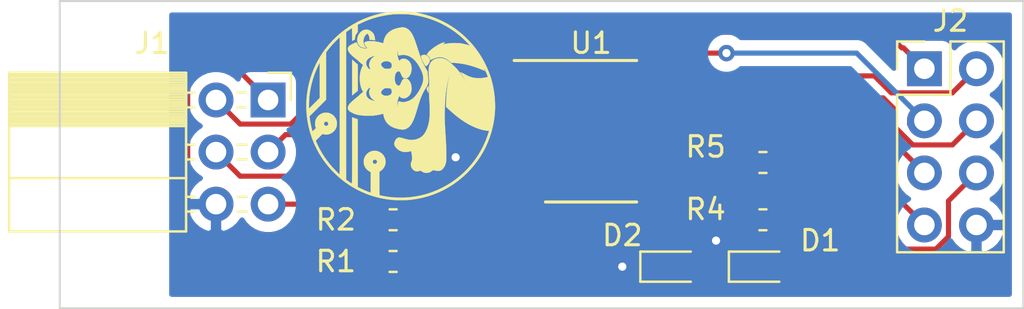
<source format=kicad_pcb>
(kicad_pcb (version 20171130) (host pcbnew 5.1.5+dfsg1-2build2)

  (general
    (thickness 1.6)
    (drawings 4)
    (tracks 110)
    (zones 0)
    (modules 10)
    (nets 15)
  )

  (page A4)
  (layers
    (0 F.Cu signal)
    (31 B.Cu signal)
    (32 B.Adhes user)
    (33 F.Adhes user)
    (34 B.Paste user)
    (35 F.Paste user)
    (36 B.SilkS user)
    (37 F.SilkS user)
    (38 B.Mask user)
    (39 F.Mask user)
    (40 Dwgs.User user)
    (41 Cmts.User user)
    (42 Eco1.User user)
    (43 Eco2.User user)
    (44 Edge.Cuts user)
    (45 Margin user)
    (46 B.CrtYd user)
    (47 F.CrtYd user)
    (48 B.Fab user)
    (49 F.Fab user hide)
  )

  (setup
    (last_trace_width 0.25)
    (trace_clearance 0.2)
    (zone_clearance 0.508)
    (zone_45_only no)
    (trace_min 0.2)
    (via_size 0.8)
    (via_drill 0.4)
    (via_min_size 0.4)
    (via_min_drill 0.3)
    (uvia_size 0.3)
    (uvia_drill 0.1)
    (uvias_allowed no)
    (uvia_min_size 0.2)
    (uvia_min_drill 0.1)
    (edge_width 0.05)
    (segment_width 0.2)
    (pcb_text_width 0.3)
    (pcb_text_size 1.5 1.5)
    (mod_edge_width 0.12)
    (mod_text_size 1 1)
    (mod_text_width 0.15)
    (pad_size 1.524 1.524)
    (pad_drill 0.762)
    (pad_to_mask_clearance 0.051)
    (solder_mask_min_width 0.25)
    (aux_axis_origin 0 0)
    (visible_elements FFFFFF7F)
    (pcbplotparams
      (layerselection 0x010fc_ffffffff)
      (usegerberextensions true)
      (usegerberattributes false)
      (usegerberadvancedattributes false)
      (creategerberjobfile false)
      (excludeedgelayer true)
      (linewidth 0.100000)
      (plotframeref false)
      (viasonmask false)
      (mode 1)
      (useauxorigin false)
      (hpglpennumber 1)
      (hpglpenspeed 20)
      (hpglpendiameter 15.000000)
      (psnegative false)
      (psa4output false)
      (plotreference true)
      (plotvalue true)
      (plotinvisibletext false)
      (padsonsilk false)
      (subtractmaskfromsilk false)
      (outputformat 1)
      (mirror false)
      (drillshape 0)
      (scaleselection 1)
      (outputdirectory "/home/atkelar/testkicad/Order-2023/"))
  )

  (net 0 "")
  (net 1 "Net-(D1-Pad2)")
  (net 2 GND)
  (net 3 "Net-(D2-Pad2)")
  (net 4 VDD)
  (net 5 "Net-(J1-Pad5)")
  (net 6 "Net-(J1-Pad4)")
  (net 7 "Net-(J1-Pad3)")
  (net 8 "Net-(J1-Pad2)")
  (net 9 VCC)
  (net 10 "Net-(J2-Pad7)")
  (net 11 "Net-(J2-Pad6)")
  (net 12 "Net-(J2-Pad5)")
  (net 13 "Net-(J2-Pad4)")
  (net 14 "Net-(J2-Pad3)")

  (net_class Default "This is the default net class."
    (clearance 0.2)
    (trace_width 0.25)
    (via_dia 0.8)
    (via_drill 0.4)
    (uvia_dia 0.3)
    (uvia_drill 0.1)
    (add_net GND)
    (add_net "Net-(D1-Pad2)")
    (add_net "Net-(D2-Pad2)")
    (add_net "Net-(J1-Pad2)")
    (add_net "Net-(J1-Pad3)")
    (add_net "Net-(J1-Pad4)")
    (add_net "Net-(J1-Pad5)")
    (add_net "Net-(J2-Pad3)")
    (add_net "Net-(J2-Pad4)")
    (add_net "Net-(J2-Pad5)")
    (add_net "Net-(J2-Pad6)")
    (add_net "Net-(J2-Pad7)")
    (add_net VCC)
    (add_net VDD)
  )

  (module Atkelar_Custom:Atkelar-Logo-2 (layer F.Cu) (tedit 0) (tstamp 64549BA8)
    (at 105.41 65.024 90)
    (fp_text reference G*** (at 0 0 90) (layer F.SilkS) hide
      (effects (font (size 1.524 1.524) (thickness 0.3)))
    )
    (fp_text value LOGO (at 0.75 0 90) (layer F.SilkS) hide
      (effects (font (size 1.524 1.524) (thickness 0.3)))
    )
    (fp_poly (pts (xy 2.102766 -2.115344) (xy 1.983088 -1.976437) (xy 1.342778 -1.976823) (xy 0.702469 -1.977208)
      (xy 0.66675 -2.021486) (xy 0.644902 -2.0482) (xy 0.617475 -2.081216) (xy 0.58924 -2.114803)
      (xy 0.579438 -2.126351) (xy 0.553743 -2.156795) (xy 0.528635 -2.187002) (xy 0.508097 -2.212164)
      (xy 0.50138 -2.220594) (xy 0.474916 -2.25425) (xy 2.222444 -2.25425) (xy 2.102766 -2.115344)) (layer F.SilkS) (width 0.01))
    (fp_poly (pts (xy 3.23483 -1.998162) (xy 3.288843 -1.991973) (xy 3.305487 -1.988706) (xy 3.385778 -1.96361)
      (xy 3.460057 -1.926212) (xy 3.526708 -1.878108) (xy 3.584118 -1.820897) (xy 3.630673 -1.756176)
      (xy 3.664758 -1.685543) (xy 3.684208 -1.613897) (xy 3.689246 -1.561742) (xy 3.68526 -1.511236)
      (xy 3.671497 -1.458479) (xy 3.647201 -1.399573) (xy 3.639778 -1.384205) (xy 3.598272 -1.315508)
      (xy 3.547141 -1.258383) (xy 3.485842 -1.212505) (xy 3.413828 -1.17755) (xy 3.330555 -1.153193)
      (xy 3.235476 -1.139107) (xy 3.227584 -1.138434) (xy 3.160082 -1.132957) (xy 3.172651 -1.17965)
      (xy 3.179238 -1.214323) (xy 3.183817 -1.259846) (xy 3.185905 -1.311264) (xy 3.185951 -1.315641)
      (xy 3.186682 -1.404937) (xy 3.232044 -1.404937) (xy 3.267288 -1.406673) (xy 3.304526 -1.411068)
      (xy 3.319469 -1.413745) (xy 3.349733 -1.422602) (xy 3.38517 -1.436713) (xy 3.421112 -1.453796)
      (xy 3.452892 -1.47157) (xy 3.475844 -1.487753) (xy 3.481024 -1.492725) (xy 3.487665 -1.501502)
      (xy 3.488555 -1.510245) (xy 3.482463 -1.522762) (xy 3.46816 -1.54286) (xy 3.462311 -1.550636)
      (xy 3.414609 -1.601081) (xy 3.355766 -1.642319) (xy 3.288163 -1.673459) (xy 3.214182 -1.693609)
      (xy 3.136206 -1.701876) (xy 3.066917 -1.698702) (xy 3.009841 -1.690051) (xy 2.963379 -1.677794)
      (xy 2.922328 -1.659699) (xy 2.881487 -1.63354) (xy 2.841771 -1.60223) (xy 2.79172 -1.560408)
      (xy 2.796021 -1.639438) (xy 2.806899 -1.722581) (xy 2.829876 -1.795609) (xy 2.864856 -1.85838)
      (xy 2.911745 -1.910753) (xy 2.970446 -1.952587) (xy 3.023241 -1.977376) (xy 3.065517 -1.989005)
      (xy 3.118191 -1.996478) (xy 3.176288 -1.999598) (xy 3.23483 -1.998162)) (layer F.SilkS) (width 0.01))
    (fp_poly (pts (xy 2.814875 -2.448599) (xy 2.860626 -2.41947) (xy 2.89032 -2.390735) (xy 2.908772 -2.366923)
      (xy 2.929879 -2.334321) (xy 2.952533 -2.295275) (xy 2.975626 -2.252129) (xy 2.998049 -2.207227)
      (xy 3.018693 -2.162916) (xy 3.036451 -2.12154) (xy 3.050213 -2.085444) (xy 3.058872 -2.056973)
      (xy 3.061319 -2.038472) (xy 3.059348 -2.033136) (xy 3.04842 -2.02675) (xy 3.027768 -2.01692)
      (xy 3.008313 -2.008493) (xy 2.936141 -1.971273) (xy 2.876895 -1.925106) (xy 2.830749 -1.870144)
      (xy 2.811085 -1.836359) (xy 2.790997 -1.787068) (xy 2.775009 -1.729772) (xy 2.764917 -1.672018)
      (xy 2.762294 -1.631316) (xy 2.763724 -1.596371) (xy 2.767498 -1.563863) (xy 2.772931 -1.53736)
      (xy 2.779334 -1.520434) (xy 2.784451 -1.516172) (xy 2.792644 -1.521039) (xy 2.809668 -1.533922)
      (xy 2.832389 -1.552407) (xy 2.841625 -1.560195) (xy 2.899003 -1.604839) (xy 2.949756 -1.635519)
      (xy 2.993759 -1.652208) (xy 3.030881 -1.654879) (xy 3.060996 -1.643505) (xy 3.083976 -1.61806)
      (xy 3.08758 -1.611523) (xy 3.096564 -1.586878) (xy 3.105399 -1.550269) (xy 3.113488 -1.505601)
      (xy 3.120231 -1.456779) (xy 3.125028 -1.407708) (xy 3.12728 -1.362292) (xy 3.127375 -1.352276)
      (xy 3.124931 -1.286156) (xy 3.118059 -1.209301) (xy 3.107453 -1.126001) (xy 3.093805 -1.040548)
      (xy 3.077806 -0.957234) (xy 3.060149 -0.88035) (xy 3.041526 -0.814187) (xy 3.039618 -0.808263)
      (xy 3.029537 -0.777204) (xy 3.021641 -0.752471) (xy 3.017012 -0.737475) (xy 3.01625 -0.734596)
      (xy 3.023408 -0.732594) (xy 3.041945 -0.729631) (xy 3.061636 -0.727101) (xy 3.125317 -0.716162)
      (xy 3.194514 -0.698454) (xy 3.261561 -0.676058) (xy 3.287024 -0.665846) (xy 3.382636 -0.616753)
      (xy 3.469065 -0.554757) (xy 3.546137 -0.480026) (xy 3.613678 -0.39273) (xy 3.670851 -0.29436)
      (xy 3.696377 -0.237403) (xy 3.720442 -0.172217) (xy 3.742414 -0.101676) (xy 3.761657 -0.028653)
      (xy 3.777538 0.04398) (xy 3.789423 0.113349) (xy 3.796677 0.176581) (xy 3.798666 0.230803)
      (xy 3.795374 0.269851) (xy 3.773268 0.350235) (xy 3.736328 0.427113) (xy 3.685423 0.499313)
      (xy 3.62142 0.565663) (xy 3.545188 0.624991) (xy 3.520417 0.641025) (xy 3.47692 0.667133)
      (xy 3.432549 0.691834) (xy 3.385861 0.715704) (xy 3.335414 0.739318) (xy 3.279764 0.763252)
      (xy 3.217471 0.788082) (xy 3.14709 0.814381) (xy 3.06718 0.842727) (xy 2.976297 0.873693)
      (xy 2.873001 0.907856) (xy 2.758281 0.945009) (xy 2.629228 0.986923) (xy 2.514464 1.025163)
      (xy 2.412932 1.060107) (xy 2.323573 1.092133) (xy 2.245326 1.121618) (xy 2.177134 1.148939)
      (xy 2.132418 1.168031) (xy 2.049274 1.206176) (xy 1.96416 1.248074) (xy 1.880668 1.291801)
      (xy 1.802389 1.335436) (xy 1.732915 1.377056) (xy 1.690688 1.404474) (xy 1.6709 1.416847)
      (xy 1.65325 1.424115) (xy 1.632271 1.427613) (xy 1.602497 1.428674) (xy 1.591343 1.428716)
      (xy 1.563485 1.429705) (xy 1.52352 1.43244) (xy 1.475084 1.436605) (xy 1.421809 1.441886)
      (xy 1.36733 1.447967) (xy 1.362071 1.448594) (xy 1.312219 1.454471) (xy 1.267525 1.459561)
      (xy 1.230457 1.463597) (xy 1.203482 1.466312) (xy 1.189067 1.46744) (xy 1.187571 1.467431)
      (xy 1.175485 1.465937) (xy 1.152879 1.463053) (xy 1.128656 1.459925) (xy 1.080958 1.452259)
      (xy 1.036961 1.441546) (xy 0.993806 1.426545) (xy 0.948634 1.406015) (xy 0.898586 1.378714)
      (xy 0.840804 1.343401) (xy 0.800832 1.317588) (xy 0.723583 1.269492) (xy 0.642239 1.223997)
      (xy 0.555287 1.180483) (xy 0.461212 1.138329) (xy 0.3585 1.096914) (xy 0.245638 1.055619)
      (xy 0.121111 1.013823) (xy -0.016593 0.970905) (xy -0.119062 0.94061) (xy -0.24708 0.902931)
      (xy -0.36096 0.868181) (xy -0.462058 0.835837) (xy -0.551731 0.805372) (xy -0.631336 0.776262)
      (xy -0.702228 0.747983) (xy -0.765765 0.720009) (xy -0.823303 0.691814) (xy -0.876199 0.662876)
      (xy -0.925808 0.632668) (xy -0.941858 0.622219) (xy -1.013564 0.566889) (xy -1.075715 0.502809)
      (xy -1.126518 0.43229) (xy -1.164182 0.357641) (xy -1.177954 0.318044) (xy -1.188116 0.261771)
      (xy -1.18937 0.192639) (xy -1.181742 0.110912) (xy -1.165253 0.016856) (xy -1.152819 -0.035856)
      (xy -0.07125 -0.035856) (xy -0.060711 -0.033461) (xy -0.035136 -0.032358) (xy -0.031223 -0.032308)
      (xy 0.040711 -0.027183) (xy 0.111201 -0.014193) (xy 0.153268 -0.00187) (xy 0.175882 0.007061)
      (xy 0.186205 0.014956) (xy 0.187362 0.024569) (xy 0.186594 0.027534) (xy 0.176394 0.066817)
      (xy 0.166798 0.113191) (xy 0.158735 0.161117) (xy 0.153133 0.205053) (xy 0.150921 0.23946)
      (xy 0.150917 0.240444) (xy 0.157694 0.324279) (xy 0.177559 0.412187) (xy 0.209339 0.501262)
      (xy 0.251862 0.588598) (xy 0.303957 0.67129) (xy 0.346893 0.726507) (xy 0.41195 0.794771)
      (xy 0.490056 0.863016) (xy 0.578464 0.929631) (xy 0.67443 0.993) (xy 0.775208 1.051511)
      (xy 0.878052 1.10355) (xy 0.980215 1.147503) (xy 1.078953 1.181756) (xy 1.154906 1.201362)
      (xy 1.20668 1.209015) (xy 1.267897 1.212852) (xy 1.332587 1.212855) (xy 1.39478 1.209008)
      (xy 1.443765 1.202222) (xy 1.501893 1.189434) (xy 1.558607 1.172964) (xy 1.617626 1.151473)
      (xy 1.682669 1.123616) (xy 1.750219 1.091608) (xy 1.888297 1.018373) (xy 2.01128 0.941411)
      (xy 2.11909 0.860786) (xy 2.211652 0.776566) (xy 2.288886 0.688817) (xy 2.350718 0.597604)
      (xy 2.372522 0.557391) (xy 2.38683 0.526267) (xy 2.403002 0.487001) (xy 2.418191 0.446614)
      (xy 2.422459 0.43436) (xy 2.441379 0.360441) (xy 2.451211 0.280064) (xy 2.451596 0.19929)
      (xy 2.442178 0.124183) (xy 2.441092 0.119063) (xy 2.431499 0.075911) (xy 2.425303 0.045685)
      (xy 2.423199 0.025666) (xy 2.425881 0.013135) (xy 2.434046 0.005373) (xy 2.448387 -0.000337)
      (xy 2.469602 -0.006715) (xy 2.473576 -0.007946) (xy 2.512833 -0.017578) (xy 2.560585 -0.025253)
      (xy 2.607274 -0.029652) (xy 2.643727 -0.032513) (xy 2.664883 -0.035747) (xy 2.671303 -0.039057)
      (xy 2.663549 -0.042145) (xy 2.642186 -0.044715) (xy 2.607775 -0.046469) (xy 2.574309 -0.047067)
      (xy 2.491052 -0.0445) (xy 2.411332 -0.03605) (xy 2.340377 -0.022319) (xy 2.325688 -0.018433)
      (xy 2.296617 -0.009371) (xy 2.264117 0.002163) (xy 2.231604 0.014767) (xy 2.202492 0.027038)
      (xy 2.180196 0.037573) (xy 2.168133 0.044971) (xy 2.166938 0.046755) (xy 2.172202 0.054891)
      (xy 2.185799 0.070078) (xy 2.19936 0.083717) (xy 2.228239 0.114457) (xy 2.247642 0.143487)
      (xy 2.259283 0.175278) (xy 2.264876 0.214301) (xy 2.266156 0.257969) (xy 2.265782 0.295533)
      (xy 2.263896 0.322714) (xy 2.259358 0.344998) (xy 2.251023 0.367874) (xy 2.237751 0.396827)
      (xy 2.236857 0.3987) (xy 2.1953 0.467902) (xy 2.142019 0.526885) (xy 2.077954 0.575003)
      (xy 2.004046 0.611609) (xy 1.921237 0.636057) (xy 1.881684 0.642869) (xy 1.828552 0.646764)
      (xy 1.76635 0.646) (xy 1.701031 0.641047) (xy 1.638545 0.632378) (xy 1.584847 0.620464)
      (xy 1.579563 0.618925) (xy 1.522152 0.597012) (xy 1.462524 0.566237) (xy 1.4074 0.530365)
      (xy 1.375739 0.504818) (xy 1.347766 0.474903) (xy 1.329082 0.442138) (xy 1.318298 0.402761)
      (xy 1.314022 0.353009) (xy 1.313802 0.337344) (xy 1.316071 0.296337) (xy 1.324246 0.262413)
      (xy 1.340023 0.23369) (xy 1.365097 0.208285) (xy 1.401164 0.184317) (xy 1.449919 0.159902)
      (xy 1.488799 0.143076) (xy 1.544495 0.118917) (xy 1.586582 0.09788) (xy 1.616638 0.07847)
      (xy 1.636243 0.059192) (xy 1.646976 0.038552) (xy 1.650416 0.015053) (xy 1.648772 -0.008384)
      (xy 1.635562 -0.048921) (xy 1.608078 -0.08465) (xy 1.567333 -0.115054) (xy 1.514338 -0.139613)
      (xy 1.450106 -0.157807) (xy 1.375648 -0.169118) (xy 1.329531 -0.172264) (xy 1.249927 -0.172207)
      (xy 1.180846 -0.164607) (xy 1.118533 -0.148856) (xy 1.072926 -0.130851) (xy 1.026353 -0.104337)
      (xy 0.990717 -0.07327) (xy 0.966743 -0.039414) (xy 0.955158 -0.004533) (xy 0.956687 0.029611)
      (xy 0.972059 0.061254) (xy 0.98714 0.077363) (xy 1.005248 0.089716) (xy 1.03399 0.105348)
      (xy 1.069096 0.122069) (xy 1.099049 0.134819) (xy 1.16159 0.161853) (xy 1.210013 0.187619)
      (xy 1.245826 0.213636) (xy 1.27054 0.241425) (xy 1.285663 0.272505) (xy 1.292706 0.308396)
      (xy 1.293682 0.330785) (xy 1.291664 0.382446) (xy 1.284306 0.42273) (xy 1.270116 0.455664)
      (xy 1.247604 0.485273) (xy 1.230085 0.502565) (xy 1.171046 0.550562) (xy 1.109725 0.587323)
      (xy 1.042963 0.614141) (xy 0.967603 0.632311) (xy 0.889 0.642413) (xy 0.799788 0.646831)
      (xy 0.72172 0.642854) (xy 0.652071 0.629815) (xy 0.588117 0.607043) (xy 0.527132 0.57387)
      (xy 0.482974 0.542742) (xy 0.426616 0.489508) (xy 0.38155 0.425155) (xy 0.359182 0.379382)
      (xy 0.348174 0.350085) (xy 0.341731 0.322952) (xy 0.338751 0.291628) (xy 0.338117 0.257969)
      (xy 0.341449 0.202328) (xy 0.352569 0.157493) (xy 0.373 0.119682) (xy 0.404266 0.085113)
      (xy 0.409778 0.080156) (xy 0.444592 0.049511) (xy 0.42605 0.037362) (xy 0.401678 0.024789)
      (xy 0.365845 0.010566) (xy 0.322685 -0.003993) (xy 0.276332 -0.017578) (xy 0.230922 -0.028876)
      (xy 0.195461 -0.035814) (xy 0.158336 -0.040532) (xy 0.115175 -0.043974) (xy 0.06955 -0.046087)
      (xy 0.025032 -0.046819) (xy -0.014806 -0.046117) (xy -0.046392 -0.043929) (xy -0.066154 -0.040201)
      (xy -0.067469 -0.039687) (xy -0.07125 -0.035856) (xy -1.152819 -0.035856) (xy -1.142767 -0.078463)
      (xy -1.104615 -0.200158) (xy -1.056725 -0.309418) (xy -0.998977 -0.406441) (xy -0.931251 -0.491422)
      (xy -0.853426 -0.564557) (xy -0.836761 -0.577686) (xy -0.828067 -0.583406) (xy 0.464344 -0.583406)
      (xy 0.464635 -0.541684) (xy 0.465951 -0.511587) (xy 0.468956 -0.488872) (xy 0.474313 -0.469292)
      (xy 0.482686 -0.448603) (xy 0.486854 -0.439443) (xy 0.516928 -0.388162) (xy 0.553156 -0.350707)
      (xy 0.592334 -0.32866) (xy 0.623974 -0.322052) (xy 0.664366 -0.320819) (xy 0.707448 -0.324625)
      (xy 0.747161 -0.33313) (xy 0.76161 -0.338114) (xy 0.785196 -0.351069) (xy 0.80306 -0.369943)
      (xy 0.815965 -0.396799) (xy 0.824673 -0.433702) (xy 0.829945 -0.482715) (xy 0.832117 -0.529135)
      (xy 0.833041 -0.565575) (xy 1.774255 -0.565575) (xy 1.774265 -0.547687) (xy 1.775723 -0.487993)
      (xy 1.78012 -0.4415) (xy 1.787959 -0.405725) (xy 1.799745 -0.378181) (xy 1.812234 -0.360542)
      (xy 1.836862 -0.342362) (xy 1.872315 -0.329453) (xy 1.914305 -0.322219) (xy 1.958544 -0.321069)
      (xy 2.000746 -0.326408) (xy 2.036623 -0.338644) (xy 2.037629 -0.33916) (xy 2.072317 -0.365576)
      (xy 2.101658 -0.404729) (xy 2.124506 -0.454043) (xy 2.139717 -0.510946) (xy 2.146146 -0.572865)
      (xy 2.146284 -0.583406) (xy 2.140253 -0.656714) (xy 2.121848 -0.721233) (xy 2.094428 -0.773035)
      (xy 2.062901 -0.811163) (xy 2.028817 -0.833731) (xy 1.991569 -0.840934) (xy 1.950547 -0.832967)
      (xy 1.931948 -0.825097) (xy 1.900676 -0.805145) (xy 1.866316 -0.775616) (xy 1.833242 -0.740941)
      (xy 1.805831 -0.705553) (xy 1.793329 -0.684671) (xy 1.785132 -0.667183) (xy 1.779649 -0.650288)
      (xy 1.776358 -0.630227) (xy 1.774734 -0.603243) (xy 1.774255 -0.565575) (xy 0.833041 -0.565575)
      (xy 0.833215 -0.572431) (xy 0.833201 -0.603588) (xy 0.831644 -0.626331) (xy 0.828113 -0.644381)
      (xy 0.822176 -0.661461) (xy 0.814866 -0.678108) (xy 0.793142 -0.714951) (xy 0.762645 -0.752958)
      (xy 0.72759 -0.787748) (xy 0.692192 -0.814941) (xy 0.672938 -0.825609) (xy 0.64481 -0.835359)
      (xy 0.616244 -0.840803) (xy 0.609026 -0.841201) (xy 0.578962 -0.833929) (xy 0.54806 -0.813163)
      (xy 0.518561 -0.780983) (xy 0.492707 -0.739468) (xy 0.487247 -0.728246) (xy 0.477379 -0.705696)
      (xy 0.470833 -0.686101) (xy 0.466934 -0.665199) (xy 0.465008 -0.638724) (xy 0.464382 -0.602415)
      (xy 0.464344 -0.583406) (xy -0.828067 -0.583406) (xy -0.77741 -0.616734) (xy -0.706817 -0.652785)
      (xy -0.629576 -0.683971) (xy -0.550279 -0.708423) (xy -0.478234 -0.723557) (xy -0.448364 -0.729116)
      (xy -0.425663 -0.73507) (xy -0.41378 -0.740394) (xy -0.412851 -0.741924) (xy -0.415183 -0.752906)
      (xy -0.421281 -0.774753) (xy -0.429951 -0.803253) (xy -0.432413 -0.811024) (xy -0.449025 -0.870469)
      (xy -0.465625 -0.944413) (xy -0.481931 -1.031479) (xy -0.497663 -1.130294) (xy -0.49778 -1.131094)
      (xy -0.500809 -1.158235) (xy 0.206375 -1.158235) (xy 0.206853 -1.146435) (xy 0.209337 -1.142699)
      (xy 0.215398 -1.148445) (xy 0.22661 -1.165094) (xy 0.242662 -1.19099) (xy 0.264169 -1.223664)
      (xy 0.287843 -1.255934) (xy 0.309098 -1.281603) (xy 0.312115 -1.284838) (xy 0.363816 -1.330139)
      (xy 0.424895 -1.366894) (xy 0.498152 -1.396783) (xy 0.499104 -1.397103) (xy 0.548088 -1.412515)
      (xy 0.589135 -1.422302) (xy 0.625976 -1.426262) (xy 0.662343 -1.424192) (xy 0.701968 -1.415891)
      (xy 0.748583 -1.401155) (xy 0.803819 -1.380596) (xy 0.828493 -1.372045) (xy 0.846917 -1.367489)
      (xy 0.854382 -1.367673) (xy 0.856403 -1.376925) (xy 1.745929 -1.376925) (xy 1.749375 -1.368017)
      (xy 1.764184 -1.36758) (xy 1.791217 -1.375261) (xy 1.831333 -1.390706) (xy 1.838074 -1.393481)
      (xy 1.886979 -1.412074) (xy 1.927658 -1.422833) (xy 1.965398 -1.426251) (xy 2.005488 -1.422823)
      (xy 2.051523 -1.41345) (xy 2.134595 -1.388323) (xy 2.205389 -1.354846) (xy 2.26589 -1.31164)
      (xy 2.318082 -1.257325) (xy 2.357853 -1.200651) (xy 2.374941 -1.173445) (xy 2.385721 -1.158416)
      (xy 2.391819 -1.15399) (xy 2.394861 -1.158592) (xy 2.395764 -1.163948) (xy 2.394626 -1.180761)
      (xy 2.389344 -1.207765) (xy 2.380929 -1.24014) (xy 2.37707 -1.253013) (xy 2.344887 -1.338638)
      (xy 2.305932 -1.411581) (xy 2.260714 -1.471386) (xy 2.209742 -1.517602) (xy 2.153525 -1.549773)
      (xy 2.092574 -1.567448) (xy 2.027397 -1.570171) (xy 2.021486 -1.56968) (xy 1.966826 -1.558238)
      (xy 1.910034 -1.535323) (xy 1.855547 -1.503545) (xy 1.807801 -1.465513) (xy 1.771233 -1.423838)
      (xy 1.769685 -1.421568) (xy 1.752986 -1.394658) (xy 1.745929 -1.376925) (xy 0.856403 -1.376925)
      (xy 0.857337 -1.381196) (xy 0.849127 -1.40235) (xy 0.831016 -1.428892) (xy 0.80427 -1.458579)
      (xy 0.801699 -1.461117) (xy 0.741947 -1.510199) (xy 0.679256 -1.544469) (xy 0.615093 -1.564112)
      (xy 0.550928 -1.569313) (xy 0.488229 -1.560258) (xy 0.428464 -1.537132) (xy 0.373103 -1.50012)
      (xy 0.323612 -1.449407) (xy 0.287593 -1.396252) (xy 0.273057 -1.367247) (xy 0.257277 -1.329922)
      (xy 0.241588 -1.288193) (xy 0.227328 -1.245978) (xy 0.215833 -1.207194) (xy 0.20844 -1.175756)
      (xy 0.206375 -1.158235) (xy -0.500809 -1.158235) (xy -0.503224 -1.17986) (xy -0.507387 -1.241352)
      (xy -0.510273 -1.312472) (xy -0.511885 -1.390124) (xy -0.512227 -1.471209) (xy -0.511304 -1.55263)
      (xy -0.509119 -1.631291) (xy -0.505676 -1.704093) (xy -0.500979 -1.76794) (xy -0.49693 -1.805781)
      (xy -0.485257 -1.890563) (xy -0.472795 -1.963084) (xy -0.458485 -2.026957) (xy -0.441268 -2.085794)
      (xy -0.420084 -2.143207) (xy -0.393876 -2.202809) (xy -0.361584 -2.268212) (xy -0.361086 -2.26918)
      (xy -0.325262 -2.333379) (xy -0.290669 -2.383137) (xy -0.255898 -2.419665) (xy -0.219536 -2.444177)
      (xy -0.180174 -2.457885) (xy -0.136745 -2.462003) (xy -0.098067 -2.458932) (xy -0.059495 -2.44956)
      (xy -0.020086 -2.433102) (xy 0.021102 -2.408777) (xy 0.065009 -2.375801) (xy 0.112577 -2.333391)
      (xy 0.164748 -2.280765) (xy 0.222465 -2.217141) (xy 0.286667 -2.141734) (xy 0.358297 -2.053763)
      (xy 0.366175 -2.043906) (xy 0.388084 -2.017307) (xy 0.417349 -1.982979) (xy 0.450561 -1.944863)
      (xy 0.484313 -1.906898) (xy 0.493384 -1.896846) (xy 0.52551 -1.860866) (xy 0.556906 -1.824805)
      (xy 0.584564 -1.792175) (xy 0.60548 -1.766488) (xy 0.610549 -1.759924) (xy 0.627575 -1.737723)
      (xy 0.640488 -1.721541) (xy 0.646734 -1.714568) (xy 0.646898 -1.7145) (xy 0.654188 -1.71827)
      (xy 0.671353 -1.728162) (xy 0.694703 -1.74205) (xy 0.695125 -1.742304) (xy 0.772711 -1.782031)
      (xy 0.862747 -1.815895) (xy 0.96271 -1.843319) (xy 1.070083 -1.863725) (xy 1.182344 -1.876538)
      (xy 1.296972 -1.88118) (xy 1.30175 -1.881187) (xy 1.447692 -1.87506) (xy 1.583881 -1.856623)
      (xy 1.710689 -1.825792) (xy 1.828488 -1.782483) (xy 1.90313 -1.746136) (xy 1.932775 -1.730618)
      (xy 1.951674 -1.722312) (xy 1.96275 -1.72035) (xy 1.968922 -1.723865) (xy 1.970423 -1.726156)
      (xy 1.981737 -1.742584) (xy 2.002499 -1.768892) (xy 2.03128 -1.803394) (xy 2.066654 -1.844403)
      (xy 2.107193 -1.890233) (xy 2.141712 -1.928497) (xy 2.173324 -1.963742) (xy 2.203689 -1.998483)
      (xy 2.229969 -2.029411) (xy 2.249323 -2.053216) (xy 2.254093 -2.059466) (xy 2.299716 -2.118704)
      (xy 2.348892 -2.178411) (xy 2.399155 -2.235855) (xy 2.448038 -2.288303) (xy 2.493074 -2.333022)
      (xy 2.5318 -2.367279) (xy 2.532063 -2.367492) (xy 2.596769 -2.414008) (xy 2.657122 -2.445358)
      (xy 2.713404 -2.461561) (xy 2.765894 -2.462636) (xy 2.814875 -2.448599)) (layer F.SilkS) (width 0.01))
    (fp_poly (pts (xy 0.816711 1.38636) (xy 0.845344 1.401836) (xy 0.871968 1.419166) (xy 0.902785 1.4378)
      (xy 0.915816 1.445229) (xy 0.937017 1.457661) (xy 0.945672 1.465175) (xy 0.943508 1.469808)
      (xy 0.938403 1.471842) (xy 0.925754 1.4733) (xy 0.899929 1.474367) (xy 0.863625 1.475001)
      (xy 0.819538 1.475157) (xy 0.770364 1.474792) (xy 0.762386 1.474685) (xy 0.602504 1.472406)
      (xy 0.624705 1.454553) (xy 0.64265 1.443481) (xy 0.671067 1.429509) (xy 0.705309 1.414577)
      (xy 0.74073 1.400627) (xy 0.772682 1.389598) (xy 0.79375 1.383949) (xy 0.816711 1.38636)) (layer F.SilkS) (width 0.01))
    (fp_poly (pts (xy 2.396767 1.106123) (xy 2.41258 1.114021) (xy 2.424528 1.130363) (xy 2.435308 1.155731)
      (xy 2.435697 1.156789) (xy 2.450604 1.203488) (xy 2.457307 1.2431) (xy 2.456308 1.281812)
      (xy 2.449103 1.321594) (xy 2.429069 1.382237) (xy 2.398777 1.432371) (xy 2.356845 1.473554)
      (xy 2.301892 1.507344) (xy 2.272784 1.520455) (xy 2.220825 1.536408) (xy 2.173161 1.538629)
      (xy 2.125916 1.526999) (xy 2.099469 1.515048) (xy 2.053636 1.489085) (xy 2.008263 1.459167)
      (xy 1.967688 1.428412) (xy 1.936249 1.399937) (xy 1.930071 1.393252) (xy 1.910653 1.365935)
      (xy 1.905796 1.342914) (xy 1.91574 1.321636) (xy 1.938734 1.300987) (xy 1.963964 1.284788)
      (xy 2.000756 1.264119) (xy 2.045968 1.240495) (xy 2.096457 1.21543) (xy 2.149083 1.190439)
      (xy 2.200702 1.167036) (xy 2.248174 1.146736) (xy 2.288355 1.131053) (xy 2.299173 1.127253)
      (xy 2.342761 1.113322) (xy 2.374393 1.106084) (xy 2.396767 1.106123)) (layer F.SilkS) (width 0.01))
    (fp_poly (pts (xy 0.063557 -4.484306) (xy 0.139502 -4.48319) (xy 0.208154 -4.481391) (xy 0.266303 -4.478908)
      (xy 0.297656 -4.476871) (xy 0.563954 -4.449231) (xy 0.822226 -4.408453) (xy 1.073842 -4.354191)
      (xy 1.320171 -4.286105) (xy 1.562583 -4.203851) (xy 1.802447 -4.107085) (xy 1.839282 -4.090857)
      (xy 2.079713 -3.975195) (xy 2.311825 -3.846392) (xy 2.535177 -3.704995) (xy 2.749329 -3.551552)
      (xy 2.95384 -3.386611) (xy 3.14827 -3.21072) (xy 3.332178 -3.024426) (xy 3.505124 -2.828279)
      (xy 3.666668 -2.622826) (xy 3.816368 -2.408615) (xy 3.953785 -2.186193) (xy 4.078478 -1.95611)
      (xy 4.190006 -1.718913) (xy 4.287929 -1.47515) (xy 4.371806 -1.225369) (xy 4.441198 -0.970118)
      (xy 4.476698 -0.809625) (xy 4.523237 -0.540145) (xy 4.554042 -0.270798) (xy 4.569174 -0.00204)
      (xy 4.568695 0.265673) (xy 4.552666 0.531883) (xy 4.521148 0.796134) (xy 4.474201 1.057969)
      (xy 4.411888 1.316932) (xy 4.334268 1.572566) (xy 4.241404 1.824413) (xy 4.133356 2.072019)
      (xy 4.075348 2.19075) (xy 3.971162 2.385794) (xy 3.860229 2.571813) (xy 3.740401 2.752039)
      (xy 3.609526 2.929701) (xy 3.465456 3.108031) (xy 3.463277 3.110617) (xy 3.426716 3.152386)
      (xy 3.380739 3.202424) (xy 3.327707 3.258359) (xy 3.269982 3.317814) (xy 3.209926 3.378416)
      (xy 3.149901 3.43779) (xy 3.092267 3.493561) (xy 3.039387 3.543356) (xy 2.993622 3.5848)
      (xy 2.97905 3.597469) (xy 2.764895 3.770852) (xy 2.543607 3.930078) (xy 2.315236 4.075118)
      (xy 2.079834 4.205941) (xy 1.83745 4.322518) (xy 1.588136 4.424818) (xy 1.563688 4.433943)
      (xy 1.517976 4.45095) (xy 1.47592 4.466771) (xy 1.440389 4.480313) (xy 1.414253 4.490483)
      (xy 1.400969 4.495922) (xy 1.382537 4.50263) (xy 1.353746 4.511467) (xy 1.319683 4.520905)
      (xy 1.305719 4.524507) (xy 1.270744 4.533435) (xy 1.225799 4.545071) (xy 1.176249 4.558019)
      (xy 1.127459 4.570882) (xy 1.119188 4.573076) (xy 0.924587 4.619114) (xy 0.719839 4.65696)
      (xy 0.50862 4.686231) (xy 0.294601 4.706546) (xy 0.081458 4.717525) (xy -0.127135 4.718785)
      (xy -0.246267 4.714831) (xy -0.516942 4.69383) (xy -0.783806 4.657593) (xy -1.046347 4.606412)
      (xy -1.304051 4.540578) (xy -1.556406 4.460385) (xy -1.802897 4.366124) (xy -2.043012 4.258088)
      (xy -2.276236 4.136569) (xy -2.502058 4.00186) (xy -2.719962 3.854253) (xy -2.929437 3.694039)
      (xy -3.129968 3.521513) (xy -3.321043 3.336964) (xy -3.502147 3.140687) (xy -3.672768 2.932973)
      (xy -3.832392 2.714115) (xy -3.877511 2.647156) (xy -4.019355 2.418887) (xy -4.146534 2.18501)
      (xy -4.259132 1.945283) (xy -4.357234 1.699462) (xy -4.440926 1.447305) (xy -4.510292 1.188567)
      (xy -4.565417 0.923005) (xy -4.606385 0.650377) (xy -4.621144 0.515938) (xy -4.624827 0.466331)
      (xy -4.627709 0.403667) (xy -4.629804 0.330665) (xy -4.631125 0.250041) (xy -4.631683 0.164513)
      (xy -4.631672 0.159332) (xy -4.505032 0.159332) (xy -4.504106 0.250455) (xy -4.502205 0.337324)
      (xy -4.49933 0.417095) (xy -4.495481 0.486923) (xy -4.490655 0.543966) (xy -4.49025 0.547688)
      (xy -4.462225 0.764859) (xy -4.427447 0.970322) (xy -4.385239 1.167033) (xy -4.334919 1.35795)
      (xy -4.275808 1.546033) (xy -4.233533 1.664983) (xy -4.133204 1.91295) (xy -4.01935 2.152883)
      (xy -3.892373 2.384361) (xy -3.752676 2.606966) (xy -3.600663 2.820278) (xy -3.436736 3.023879)
      (xy -3.261299 3.217348) (xy -3.074754 3.400266) (xy -2.877506 3.572215) (xy -2.669956 3.732774)
      (xy -2.452509 3.881525) (xy -2.225567 4.018047) (xy -1.989534 4.141923) (xy -1.74625 4.25213)
      (xy -1.708496 4.267391) (xy -1.662768 4.285002) (xy -1.611305 4.304185) (xy -1.556345 4.324162)
      (xy -1.500128 4.344156) (xy -1.444892 4.363389) (xy -1.392875 4.381083) (xy -1.346317 4.39646)
      (xy -1.307454 4.408743) (xy -1.278527 4.417154) (xy -1.261773 4.420915) (xy -1.260078 4.421041)
      (xy -1.251793 4.418425) (xy -1.247563 4.407953) (xy -1.246182 4.38603) (xy -1.246141 4.379516)
      (xy -1.243184 4.326069) (xy -1.234866 4.26114) (xy -1.22186 4.187931) (xy -1.204837 4.109644)
      (xy -1.18447 4.029481) (xy -1.16143 3.950643) (xy -1.146584 3.90525) (xy -1.081007 3.73317)
      (xy -1.001429 3.55982) (xy -0.907643 3.384885) (xy -0.835074 3.266281) (xy 1.150938 3.266281)
      (xy 1.154906 3.27025) (xy 1.158875 3.266281) (xy 1.154906 3.262313) (xy 1.150938 3.266281)
      (xy -0.835074 3.266281) (xy -0.799442 3.208047) (xy -0.676618 3.02899) (xy -0.538964 2.847397)
      (xy -0.386273 2.662951) (xy -0.218339 2.475336) (xy -0.195128 2.45043) (xy -0.077834 2.325142)
      (xy 0.090067 2.32974) (xy 0.260742 2.335428) (xy 0.417645 2.342892) (xy 0.562805 2.352367)
      (xy 0.69825 2.364092) (xy 0.826009 2.378304) (xy 0.94811 2.395239) (xy 1.066582 2.415136)
      (xy 1.183454 2.438231) (xy 1.300753 2.464762) (xy 1.352322 2.47741) (xy 1.388689 2.486234)
      (xy 1.419054 2.493045) (xy 1.440351 2.497197) (xy 1.449514 2.49804) (xy 1.449605 2.497978)
      (xy 1.443808 2.494584) (xy 1.425748 2.487749) (xy 1.39839 2.478531) (xy 1.371252 2.469985)
      (xy 1.223813 2.428923) (xy 1.063655 2.391913) (xy 0.893517 2.359399) (xy 0.716141 2.331825)
      (xy 0.534266 2.309636) (xy 0.350633 2.293274) (xy 0.238125 2.286305) (xy 0.087029 2.278834)
      (xy -0.050669 2.272704) (xy -0.177391 2.267926) (xy -0.295559 2.264513) (xy -0.407594 2.262476)
      (xy -0.515918 2.261827) (xy -0.622953 2.262579) (xy -0.73112 2.264744) (xy -0.84284 2.268334)
      (xy -0.960536 2.273361) (xy -1.08663 2.279837) (xy -1.223542 2.287773) (xy -1.325562 2.294106)
      (xy -1.446304 2.301724) (xy -1.552957 2.308353) (xy -1.647269 2.314074) (xy -1.730991 2.318967)
      (xy -1.805873 2.323112) (xy -1.873664 2.326589) (xy -1.936113 2.32948) (xy -1.994971 2.331864)
      (xy -2.051986 2.333821) (xy -2.108909 2.335433) (xy -2.167488 2.336779) (xy -2.229474 2.33794)
      (xy -2.296616 2.338996) (xy -2.305844 2.339131) (xy -2.401061 2.340324) (xy -2.482238 2.340871)
      (xy -2.5512 2.340672) (xy -2.609773 2.339629) (xy -2.659781 2.337643) (xy -2.703051 2.334617)
      (xy -2.741406 2.33045) (xy -2.776674 2.325046) (xy -2.810678 2.318305) (xy -2.845245 2.310129)
      (xy -2.845762 2.309999) (xy -2.92489 2.284052) (xy -2.998618 2.248186) (xy -3.064583 2.204063)
      (xy -3.120423 2.153347) (xy -3.163776 2.0977) (xy -3.175098 2.07824) (xy -3.191737 2.041359)
      (xy -3.201998 2.003334) (xy -3.206013 1.961226) (xy -3.20392 1.912099) (xy -3.195852 1.853013)
      (xy -3.187513 1.808101) (xy -3.178393 1.760501) (xy -3.173172 1.725171) (xy -3.172262 1.698895)
      (xy -3.176078 1.678454) (xy -3.185034 1.660632) (xy -3.199543 1.64221) (xy -3.210378 1.630294)
      (xy -3.24878 1.577818) (xy -3.277217 1.514976) (xy -3.294887 1.444365) (xy -3.300987 1.368583)
      (xy -3.300142 1.339603) (xy -3.291178 1.272334) (xy -3.271924 1.214347) (xy -3.24091 1.161724)
      (xy -3.226301 1.143) (xy -3.207667 1.119115) (xy -3.196879 1.099265) (xy -3.19358 1.079246)
      (xy -3.197416 1.054853) (xy -3.208031 1.021882) (xy -3.214564 1.004094) (xy -3.227649 0.947083)
      (xy -3.226589 0.887295) (xy -3.212096 0.827546) (xy -3.184881 0.770655) (xy -3.145654 0.71944)
      (xy -3.14172 0.715369) (xy -3.085454 0.667405) (xy -3.025135 0.6344) (xy -2.958975 0.6156)
      (xy -2.892239 0.610203) (xy -2.858992 0.611002) (xy -2.831533 0.614271) (xy -2.803962 0.621274)
      (xy -2.770383 0.633277) (xy -2.753333 0.640008) (xy -2.72253 0.652139) (xy -2.698551 0.660407)
      (xy -2.677017 0.66552) (xy -2.65355 0.668186) (xy -2.623773 0.669111) (xy -2.583305 0.669005)
      (xy -2.574344 0.668929) (xy -2.527993 0.667841) (xy -2.480612 0.665568) (xy -2.437972 0.66245)
      (xy -2.407656 0.659095) (xy -2.377674 0.653972) (xy -2.343861 0.646936) (xy -2.309727 0.638885)
      (xy -2.27878 0.630722) (xy -2.254529 0.623346) (xy -2.240483 0.617659) (xy -2.238375 0.615635)
      (xy -2.240366 0.6072) (xy -2.245739 0.586848) (xy -2.253592 0.557947) (xy -2.260064 0.534504)
      (xy -2.269452 0.498462) (xy -2.275714 0.46722) (xy -2.279448 0.435657) (xy -2.281255 0.39865)
      (xy -2.281732 0.351077) (xy -2.281732 0.34925) (xy -2.281416 0.30374) (xy -2.280114 0.269752)
      (xy -2.27726 0.242937) (xy -2.272292 0.218948) (xy -2.264643 0.193437) (xy -2.259583 0.178594)
      (xy -2.235279 0.11368) (xy -2.211077 0.060532) (xy -2.184657 0.015227) (xy -2.153703 -0.02616)
      (xy -2.115895 -0.06755) (xy -2.11158 -0.071908) (xy -2.055016 -0.123916) (xy -2.002292 -0.161691)
      (xy -1.951585 -0.185827) (xy -1.90107 -0.196923) (xy -1.848924 -0.195574) (xy -1.793324 -0.182376)
      (xy -1.783746 -0.179121) (xy -1.718071 -0.150341) (xy -1.663161 -0.114693) (xy -1.620129 -0.073373)
      (xy -1.590088 -0.027574) (xy -1.574149 0.021507) (xy -1.571799 0.048611) (xy -1.574189 0.070447)
      (xy -1.581066 0.104527) (xy -1.591776 0.148071) (xy -1.605669 0.198303) (xy -1.611857 0.219267)
      (xy -1.635329 0.299534) (xy -1.653846 0.368071) (xy -1.668101 0.427986) (xy -1.678786 0.482386)
      (xy -1.686595 0.534378) (xy -1.691058 0.574451) (xy -1.694038 0.675378) (xy -1.684236 0.776513)
      (xy -1.66247 0.875583) (xy -1.629562 0.970314) (xy -1.586331 1.058432) (xy -1.533596 1.137665)
      (xy -1.472178 1.205737) (xy -1.459107 1.217652) (xy -1.375201 1.282126) (xy -1.277407 1.340201)
      (xy -1.166499 1.391571) (xy -1.043248 1.435929) (xy -0.908427 1.472971) (xy -0.762808 1.502391)
      (xy -0.724381 1.508584) (xy -0.65822 1.516642) (xy -0.578059 1.522861) (xy -0.485663 1.527243)
      (xy -0.382799 1.529789) (xy -0.271236 1.530502) (xy -0.152739 1.529382) (xy -0.029076 1.526431)
      (xy 0.097987 1.521651) (xy 0.226682 1.515044) (xy 0.341313 1.507617) (xy 0.457091 1.501424)
      (xy 0.588056 1.498298) (xy 0.734323 1.498239) (xy 0.896012 1.501246) (xy 0.9525 1.502902)
      (xy 1.051169 1.505312) (xy 1.13437 1.505773) (xy 1.20239 1.504284) (xy 1.254125 1.500974)
      (xy 1.389292 1.489786) (xy 1.51332 1.482726) (xy 1.625472 1.479792) (xy 1.725011 1.480977)
      (xy 1.811202 1.48628) (xy 1.883308 1.495694) (xy 1.924844 1.504686) (xy 2.008363 1.53419)
      (xy 2.082886 1.57585) (xy 2.147313 1.628788) (xy 2.200545 1.692124) (xy 2.236509 1.754188)
      (xy 2.269414 1.83876) (xy 2.290869 1.928628) (xy 2.300334 2.019832) (xy 2.297269 2.108417)
      (xy 2.290702 2.151341) (xy 2.275202 2.208831) (xy 2.251399 2.271511) (xy 2.22198 2.33311)
      (xy 2.189683 2.387278) (xy 2.155748 2.434044) (xy 2.11236 2.488844) (xy 2.061857 2.549081)
      (xy 2.006578 2.61216) (xy 1.948862 2.675486) (xy 1.891047 2.736464) (xy 1.835473 2.792498)
      (xy 1.784478 2.840993) (xy 1.765323 2.858194) (xy 1.681658 2.928749) (xy 1.59368 2.997409)
      (xy 1.503987 3.062413) (xy 1.415174 3.121997) (xy 1.329836 3.174398) (xy 1.250569 3.217853)
      (xy 1.200466 3.241835) (xy 1.181266 3.251228) (xy 1.170611 3.258154) (xy 1.169785 3.259993)
      (xy 1.178332 3.258509) (xy 1.198292 3.251007) (xy 1.226962 3.238735) (xy 1.261639 3.222941)
      (xy 1.299621 3.204871) (xy 1.338206 3.185772) (xy 1.374689 3.166893) (xy 1.393031 3.156971)
      (xy 1.432288 3.134266) (xy 1.477068 3.106755) (xy 1.520066 3.078977) (xy 1.537261 3.067341)
      (xy 1.610054 3.017116) (xy 1.597382 3.054386) (xy 1.589324 3.07439) (xy 1.575457 3.104989)
      (xy 1.557405 3.14275) (xy 1.536792 3.184242) (xy 1.525291 3.20675) (xy 1.502346 3.251243)
      (xy 1.479287 3.296036) (xy 1.458279 3.336923) (xy 1.441484 3.369693) (xy 1.436179 3.38008)
      (xy 1.411002 3.435528) (xy 1.386005 3.501645) (xy 1.36295 3.573307) (xy 1.343596 3.645386)
      (xy 1.34051 3.658587) (xy 1.332185 3.70621) (xy 1.325727 3.765526) (xy 1.321296 3.832446)
      (xy 1.31905 3.902879) (xy 1.319149 3.972736) (xy 1.32175 4.037926) (xy 1.324463 4.071938)
      (xy 1.328522 4.107409) (xy 1.334173 4.148864) (xy 1.340911 4.193374) (xy 1.34823 4.238008)
      (xy 1.355622 4.279837) (xy 1.362583 4.315933) (xy 1.368605 4.343367) (xy 1.373184 4.359207)
      (xy 1.37453 4.361676) (xy 1.38451 4.361322) (xy 1.408508 4.354792) (xy 1.445996 4.34227)
      (xy 1.496448 4.323939) (xy 1.559336 4.299981) (xy 1.614045 4.27855) (xy 1.659892 4.260273)
      (xy 1.69329 4.246357) (xy 1.716601 4.235451) (xy 1.732188 4.226204) (xy 1.742413 4.217265)
      (xy 1.74964 4.207283) (xy 1.754559 4.19821) (xy 1.763544 4.178474) (xy 1.764357 4.169138)
      (xy 1.759289 4.167188) (xy 1.745297 4.172796) (xy 1.73811 4.179338) (xy 1.726782 4.190805)
      (xy 1.707737 4.208095) (xy 1.689982 4.22334) (xy 1.651939 4.255192) (xy 1.686511 4.185393)
      (xy 1.715019 4.124012) (xy 1.746229 4.05008) (xy 1.779123 3.966479) (xy 1.812684 3.876091)
      (xy 1.845892 3.7818) (xy 1.877731 3.686486) (xy 1.907182 3.593032) (xy 1.933228 3.50432)
      (xy 1.952764 3.431517) (xy 1.9839 3.299206) (xy 2.010539 3.166183) (xy 2.032257 3.035366)
      (xy 2.048629 2.909676) (xy 2.059232 2.792032) (xy 2.06364 2.685354) (xy 2.063743 2.668073)
      (xy 2.06375 2.585803) (xy 2.120231 2.52123) (xy 2.187722 2.43914) (xy 2.241628 2.362451)
      (xy 2.282745 2.289843) (xy 2.31187 2.219993) (xy 2.321897 2.186781) (xy 2.332436 2.132365)
      (xy 2.338491 2.069664) (xy 2.339713 2.005723) (xy 2.335754 1.947581) (xy 2.334247 1.936865)
      (xy 2.323302 1.884322) (xy 2.306155 1.823164) (xy 2.284533 1.758531) (xy 2.260162 1.695561)
      (xy 2.23477 1.639394) (xy 2.23337 1.636589) (xy 2.2162 1.600056) (xy 2.207348 1.575567)
      (xy 2.207009 1.563682) (xy 2.207746 1.562995) (xy 2.220494 1.558694) (xy 2.24221 1.554254)
      (xy 2.251327 1.552869) (xy 2.302073 1.538445) (xy 2.351326 1.510499) (xy 2.395851 1.471286)
      (xy 2.428556 1.429248) (xy 2.4541 1.38944) (xy 2.481087 1.400716) (xy 2.523706 1.424102)
      (xy 2.571927 1.460476) (xy 2.624456 1.508529) (xy 2.679994 1.566952) (xy 2.737246 1.634435)
      (xy 2.794915 1.70967) (xy 2.815466 1.738313) (xy 2.86379 1.809674) (xy 2.908988 1.881896)
      (xy 2.950148 1.953143) (xy 2.98636 2.021575) (xy 3.016712 2.085355) (xy 3.040293 2.142646)
      (xy 3.056191 2.191608) (xy 3.063494 2.230405) (xy 3.063875 2.239211) (xy 3.060752 2.257314)
      (xy 3.051478 2.260904) (xy 3.036195 2.250045) (xy 3.015043 2.224797) (xy 3.007598 2.214461)
      (xy 2.991171 2.191743) (xy 2.978536 2.17558) (xy 2.972091 2.169016) (xy 2.971804 2.16905)
      (xy 2.972249 2.177268) (xy 2.975074 2.1982) (xy 2.979844 2.228937) (xy 2.986125 2.266571)
      (xy 2.988155 2.278292) (xy 3.005054 2.382247) (xy 3.017378 2.476123) (xy 3.025521 2.564917)
      (xy 3.029877 2.653628) (xy 3.03084 2.747253) (xy 3.02994 2.808439) (xy 3.027865 2.8753)
      (xy 3.024809 2.938753) (xy 3.020986 2.995456) (xy 3.016614 3.04207) (xy 3.013192 3.067844)
      (xy 3.003837 3.119237) (xy 2.991036 3.179752) (xy 2.975944 3.244663) (xy 2.959716 3.309241)
      (xy 2.943505 3.368759) (xy 2.928466 3.418488) (xy 2.925133 3.428516) (xy 2.91601 3.456415)
      (xy 2.909712 3.477781) (xy 2.907332 3.488845) (xy 2.907465 3.489548) (xy 2.914046 3.485447)
      (xy 2.930179 3.471701) (xy 2.954205 3.449906) (xy 2.984465 3.421658) (xy 3.019301 3.388553)
      (xy 3.057053 3.352187) (xy 3.096062 3.314154) (xy 3.134671 3.276052) (xy 3.17122 3.239475)
      (xy 3.204051 3.20602) (xy 3.226181 3.182938) (xy 3.401916 2.985538) (xy 3.5654 2.778201)
      (xy 3.71624 2.561548) (xy 3.854041 2.336196) (xy 3.97841 2.102766) (xy 4.088952 1.861878)
      (xy 4.130041 1.761471) (xy 4.212261 1.536375) (xy 4.281589 1.309286) (xy 4.338564 1.077919)
      (xy 4.383729 0.839993) (xy 4.417624 0.593223) (xy 4.426184 0.511969) (xy 4.431356 0.445551)
      (xy 4.435303 0.366655) (xy 4.438027 0.27863) (xy 4.439527 0.184827) (xy 4.439802 0.088595)
      (xy 4.438854 -0.006717) (xy 4.436681 -0.097758) (xy 4.433285 -0.181179) (xy 4.428664 -0.253631)
      (xy 4.426184 -0.281781) (xy 4.396683 -0.526571) (xy 4.356772 -0.761507) (xy 4.305731 -0.989093)
      (xy 4.24284 -1.211835) (xy 4.167379 -1.432236) (xy 4.078629 -1.652801) (xy 3.975869 -1.876033)
      (xy 3.95671 -1.914922) (xy 3.926118 -1.976437) (xy 3.574912 -1.976437) (xy 3.49837 -2.031043)
      (xy 3.465747 -2.054089) (xy 3.440115 -2.070833) (xy 3.41758 -2.082762) (xy 3.394247 -2.091368)
      (xy 3.366221 -2.09814) (xy 3.329607 -2.104567) (xy 3.290165 -2.110666) (xy 3.202923 -2.123959)
      (xy 3.169645 -2.183151) (xy 3.154471 -2.210682) (xy 3.142788 -2.232904) (xy 3.136455 -2.246242)
      (xy 3.13584 -2.248206) (xy 3.143378 -2.24954) (xy 3.165107 -2.25087) (xy 3.199344 -2.252154)
      (xy 3.244406 -2.25335) (xy 3.298608 -2.254415) (xy 3.360267 -2.255306) (xy 3.4277 -2.25598)
      (xy 3.450143 -2.256143) (xy 3.764974 -2.258219) (xy 3.689906 -2.369344) (xy 3.662966 -2.409144)
      (xy 3.637276 -2.446959) (xy 3.614945 -2.479691) (xy 3.598082 -2.504245) (xy 3.591372 -2.513902)
      (xy 3.567906 -2.547335) (xy -0.032459 -2.547636) (xy -3.632823 -2.547937) (xy -3.676656 -2.486422)
      (xy -3.702961 -2.449033) (xy -3.730232 -2.409461) (xy -3.756806 -2.370206) (xy -3.781022 -2.333774)
      (xy -3.801216 -2.302665) (xy -3.815726 -2.279383) (xy -3.822891 -2.26643) (xy -3.823064 -2.266002)
      (xy -3.822252 -2.264622) (xy -3.818302 -2.263351) (xy -3.810595 -2.262187) (xy -3.798513 -2.261125)
      (xy -3.781438 -2.260159) (xy -3.758752 -2.259286) (xy -3.729838 -2.258502) (xy -3.694076 -2.257801)
      (xy -3.650848 -2.257179) (xy -3.599538 -2.256632) (xy -3.539526 -2.256155) (xy -3.470195 -2.255743)
      (xy -3.390926 -2.255393) (xy -3.301101 -2.255099) (xy -3.200103 -2.254858) (xy -3.087313 -2.254664)
      (xy -2.962113 -2.254514) (xy -2.823885 -2.254402) (xy -2.672011 -2.254324) (xy -2.505873 -2.254276)
      (xy -2.324852 -2.254253) (xy -2.207602 -2.25425) (xy -0.587632 -2.25425) (xy -0.618801 -2.168922)
      (xy -0.633766 -2.128098) (xy -0.649081 -2.086567) (xy -0.662571 -2.050211) (xy -0.669385 -2.032)
      (xy -0.6888 -1.980406) (xy -2.340637 -1.978403) (xy -3.992475 -1.9764) (xy -4.048089 -1.865384)
      (xy -4.097585 -1.762514) (xy -4.146659 -1.652955) (xy -4.192394 -1.543435) (xy -4.229691 -1.446648)
      (xy -4.242395 -1.411703) (xy -4.252802 -1.382477) (xy -4.25984 -1.362021) (xy -4.262437 -1.353388)
      (xy -4.262438 -1.353382) (xy -4.254722 -1.352683) (xy -4.232467 -1.352023) (xy -4.197006 -1.351412)
      (xy -4.149673 -1.350862) (xy -4.091804 -1.350381) (xy -4.024733 -1.349982) (xy -3.949795 -1.349675)
      (xy -3.868324 -1.349471) (xy -3.781654 -1.349379) (xy -3.759183 -1.349375) (xy -3.255928 -1.349375)
      (xy -3.24741 -1.373809) (xy -3.233551 -1.403341) (xy -3.211324 -1.439501) (xy -3.183844 -1.477956)
      (xy -3.154225 -1.514371) (xy -3.125582 -1.544414) (xy -3.12317 -1.546647) (xy -3.051935 -1.602178)
      (xy -2.972858 -1.6451) (xy -2.924893 -1.663984) (xy -2.89625 -1.673392) (xy -2.871357 -1.679704)
      (xy -2.845659 -1.683528) (xy -2.814605 -1.685469) (xy -2.773642 -1.686134) (xy -2.758281 -1.686176)
      (xy -2.714076 -1.685923) (xy -2.681146 -1.684632) (xy -2.654895 -1.681655) (xy -2.630728 -1.676345)
      (xy -2.604049 -1.668055) (xy -2.58669 -1.662009) (xy -2.500417 -1.623388) (xy -2.424091 -1.572554)
      (xy -2.35836 -1.510161) (xy -2.303871 -1.436863) (xy -2.261271 -1.353312) (xy -2.249203 -1.321518)
      (xy -2.239796 -1.292875) (xy -2.233483 -1.267982) (xy -2.229659 -1.242284) (xy -2.227718 -1.21123)
      (xy -2.227053 -1.170267) (xy -2.227012 -1.154906) (xy -2.227265 -1.110701) (xy -2.228556 -1.077771)
      (xy -2.231533 -1.05152) (xy -2.236843 -1.027353) (xy -2.245133 -1.000674) (xy -2.251179 -0.983315)
      (xy -2.2898 -0.897042) (xy -2.340633 -0.820716) (xy -2.403026 -0.754985) (xy -2.476325 -0.700496)
      (xy -2.559876 -0.657896) (xy -2.59167 -0.645828) (xy -2.620312 -0.636421) (xy -2.645206 -0.630108)
      (xy -2.670903 -0.626284) (xy -2.701957 -0.624343) (xy -2.74292 -0.623678) (xy -2.758281 -0.623637)
      (xy -2.802486 -0.62389) (xy -2.835417 -0.625181) (xy -2.861668 -0.628158) (xy -2.885835 -0.633468)
      (xy -2.912514 -0.641758) (xy -2.929872 -0.647804) (xy -3.012525 -0.684868) (xy -3.087661 -0.734105)
      (xy -3.153131 -0.79379) (xy -3.206781 -0.862197) (xy -3.216361 -0.877536) (xy -3.242209 -0.92075)
      (xy -3.815288 -0.92075) (xy -3.924613 -0.920733) (xy -4.019143 -0.920663) (xy -4.099957 -0.920516)
      (xy -4.168138 -0.920264) (xy -4.224763 -0.919883) (xy -4.270915 -0.919345) (xy -4.307672 -0.918626)
      (xy -4.336115 -0.917698) (xy -4.357323 -0.916537) (xy -4.372378 -0.915115) (xy -4.382359 -0.913408)
      (xy -4.388346 -0.911388) (xy -4.391419 -0.909031) (xy -4.392514 -0.906859) (xy -4.402218 -0.869521)
      (xy -4.413221 -0.818945) (xy -4.4251 -0.757674) (xy -4.437434 -0.68825) (xy -4.449802 -0.613218)
      (xy -4.461782 -0.535121) (xy -4.472953 -0.456502) (xy -4.482895 -0.379904) (xy -4.490148 -0.3175)
      (xy -4.495061 -0.260569) (xy -4.499001 -0.19083) (xy -4.501968 -0.111127) (xy -4.503963 -0.024303)
      (xy -4.504984 0.066798) (xy -4.505032 0.159332) (xy -4.631672 0.159332) (xy -4.631494 0.076797)
      (xy -4.63057 -0.010389) (xy -4.628924 -0.094328) (xy -4.62657 -0.172303) (xy -4.623521 -0.241597)
      (xy -4.619789 -0.299492) (xy -4.617038 -0.329406) (xy -4.582137 -0.593393) (xy -4.535233 -0.848013)
      (xy -4.475887 -1.094771) (xy -4.465438 -1.129552) (xy -2.86375 -1.129552) (xy -2.853216 -1.094757)
      (xy -2.829606 -1.063194) (xy -2.827416 -1.061164) (xy -2.795708 -1.042492) (xy -2.758616 -1.036291)
      (xy -2.720959 -1.042875) (xy -2.700355 -1.052929) (xy -2.672199 -1.078714) (xy -2.656478 -1.110115)
      (xy -2.652302 -1.144124) (xy -2.658782 -1.177727) (xy -2.675027 -1.207916) (xy -2.700146 -1.23168)
      (xy -2.73325 -1.246007) (xy -2.758281 -1.248833) (xy -2.79684 -1.242097) (xy -2.827752 -1.223852)
      (xy -2.849932 -1.197048) (xy -2.862293 -1.164631) (xy -2.86375 -1.129552) (xy -4.465438 -1.129552)
      (xy -4.403662 -1.335174) (xy -4.318119 -1.570729) (xy -4.218819 -1.802943) (xy -4.142784 -1.960562)
      (xy -4.016645 -2.193039) (xy -3.876788 -2.418124) (xy -3.723903 -2.63509) (xy -3.558682 -2.843206)
      (xy -3.539396 -2.864856) (xy -3.373437 -2.864856) (xy -3.36555 -2.864255) (xy -3.342089 -2.863676)
      (xy -3.303357 -2.863118) (xy -3.249653 -2.862582) (xy -3.18128 -2.862069) (xy -3.09854 -2.86158)
      (xy -3.001733 -2.861115) (xy -2.891162 -2.860675) (xy -2.767127 -2.860261) (xy -2.62993 -2.859872)
      (xy -2.479873 -2.859511) (xy -2.317257 -2.859177) (xy -2.142383 -2.858872) (xy -1.955554 -2.858595)
      (xy -1.757069 -2.858348) (xy -1.547232 -2.858131) (xy -1.326342 -2.857945) (xy -1.094703 -2.85779)
      (xy -0.852614 -2.857668) (xy -0.600379 -2.857578) (xy -0.338297 -2.857522) (xy -0.066671 -2.8575)
      (xy 3.311271 -2.8575) (xy 3.287674 -2.887266) (xy 3.275879 -2.900567) (xy 3.254421 -2.923184)
      (xy 3.225022 -2.953365) (xy 3.189402 -2.98936) (xy 3.149282 -3.029419) (xy 3.106384 -3.071792)
      (xy 3.102321 -3.075781) (xy 2.994553 -3.179052) (xy 2.891889 -3.272061) (xy 2.790805 -3.357869)
      (xy 2.687774 -3.43954) (xy 2.655094 -3.464343) (xy 2.575719 -3.523996) (xy 0.265963 -3.52425)
      (xy -0.138878 -3.92901) (xy -0.543719 -4.333769) (xy -0.681102 -4.31381) (xy -0.73824 -4.304922)
      (xy -0.800562 -4.294205) (xy -0.866082 -4.282093) (xy -0.932818 -4.269022) (xy -0.998786 -4.255426)
      (xy -1.062002 -4.24174) (xy -1.120484 -4.228399) (xy -1.172247 -4.215837) (xy -1.215308 -4.20449)
      (xy -1.247684 -4.194792) (xy -1.267391 -4.187179) (xy -1.271857 -4.184306) (xy -1.268619 -4.177008)
      (xy -1.255778 -4.160822) (xy -1.235177 -4.137858) (xy -1.208661 -4.110229) (xy -1.19645 -4.097985)
      (xy -1.115219 -4.017414) (xy -1.055687 -4.038114) (xy -1.025581 -4.047718) (xy -0.998307 -4.053877)
      (xy -0.968625 -4.057316) (xy -0.931292 -4.058758) (xy -0.904875 -4.058965) (xy -0.819367 -4.054243)
      (xy -0.742699 -4.038967) (xy -0.670873 -4.011919) (xy -0.599892 -3.971886) (xy -0.584483 -3.961553)
      (xy -0.533453 -3.918932) (xy -0.484871 -3.864371) (xy -0.441404 -3.801804) (xy -0.405717 -3.735166)
      (xy -0.380477 -3.66839) (xy -0.37688 -3.655219) (xy -0.369234 -3.61099) (xy -0.365342 -3.557367)
      (xy -0.365197 -3.500378) (xy -0.368792 -3.446053) (xy -0.376119 -3.40042) (xy -0.377194 -3.396027)
      (xy -0.407054 -3.310063) (xy -0.450202 -3.231135) (xy -0.505323 -3.160865) (xy -0.5711 -3.100872)
      (xy -0.646216 -3.052779) (xy -0.662781 -3.044473) (xy -0.730513 -3.016992) (xy -0.798609 -3.000236)
      (xy -0.872761 -2.992969) (xy -0.902498 -2.992437) (xy -0.993666 -2.99942) (xy -1.078143 -3.020588)
      (xy -1.156718 -3.056277) (xy -1.23018 -3.106819) (xy -1.279328 -3.15156) (xy -1.312318 -3.186607)
      (xy -1.337105 -3.218129) (xy -1.358067 -3.252283) (xy -1.375797 -3.287252) (xy -1.392389 -3.324141)
      (xy -1.407307 -3.361258) (xy -1.418327 -3.392901) (xy -1.421753 -3.405187) (xy -1.427636 -3.442554)
      (xy -1.430667 -3.489557) (xy -1.430819 -3.520281) (xy -1.010708 -3.520281) (xy -1.003809 -3.482134)
      (xy -0.98512 -3.450788) (xy -0.957648 -3.427976) (xy -0.924406 -3.415433) (xy -0.888402 -3.414896)
      (xy -0.852646 -3.428097) (xy -0.851728 -3.428651) (xy -0.820271 -3.455473) (xy -0.80298 -3.489275)
      (xy -0.799042 -3.520281) (xy -0.805808 -3.559936) (xy -0.826402 -3.592021) (xy -0.851728 -3.611912)
      (xy -0.887436 -3.625502) (xy -0.923472 -3.625306) (xy -0.956827 -3.61306) (xy -0.98449 -3.590498)
      (xy -1.003452 -3.559356) (xy -1.010703 -3.521367) (xy -1.010708 -3.520281) (xy -1.430819 -3.520281)
      (xy -1.430922 -3.540831) (xy -1.428477 -3.591013) (xy -1.423406 -3.634738) (xy -1.418178 -3.659187)
      (xy -1.405799 -3.702844) (xy -1.567734 -3.865185) (xy -1.729668 -4.027527) (xy -1.775662 -4.008868)
      (xy -1.817842 -3.990917) (xy -1.870229 -3.967329) (xy -1.929015 -3.939919) (xy -1.990392 -3.910508)
      (xy -2.050552 -3.880911) (xy -2.105687 -3.852947) (xy -2.139156 -3.835367) (xy -2.370855 -3.702348)
      (xy -2.594701 -3.555542) (xy -2.810598 -3.395018) (xy -2.949996 -3.280472) (xy -2.980719 -3.253516)
      (xy -3.01722 -3.220339) (xy -3.058003 -3.182408) (xy -3.101576 -3.141189) (xy -3.146442 -3.09815)
      (xy -3.191108 -3.054758) (xy -3.234079 -3.012479) (xy -3.273861 -2.97278) (xy -3.308959 -2.937128)
      (xy -3.337879 -2.906989) (xy -3.359126 -2.883832) (xy -3.371206 -2.869121) (xy -3.373437 -2.864856)
      (xy -3.539396 -2.864856) (xy -3.381816 -3.041743) (xy -3.193997 -3.229972) (xy -2.995916 -3.407163)
      (xy -2.788264 -3.572586) (xy -2.571733 -3.725512) (xy -2.347013 -3.865213) (xy -2.32665 -3.876975)
      (xy -2.088499 -4.004584) (xy -1.844074 -4.117693) (xy -1.593929 -4.216132) (xy -1.338621 -4.299731)
      (xy -1.11324 -4.359207) (xy -0.170656 -4.359207) (xy 0.091236 -4.09651) (xy 0.353129 -3.833812)
      (xy 1.214392 -3.834224) (xy 2.075656 -3.834636) (xy 1.980406 -3.883098) (xy 1.750126 -3.991553)
      (xy 1.511531 -4.086976) (xy 1.266035 -4.16888) (xy 1.015051 -4.236778) (xy 0.847451 -4.273607)
      (xy 0.72768 -4.296326) (xy 0.616486 -4.314636) (xy 0.509662 -4.328979) (xy 0.402999 -4.339796)
      (xy 0.29229 -4.34753) (xy 0.173325 -4.352621) (xy 0.071438 -4.355053) (xy -0.170656 -4.359207)
      (xy -1.11324 -4.359207) (xy -1.078706 -4.36832) (xy -0.814739 -4.421729) (xy -0.547276 -4.459788)
      (xy -0.365329 -4.476694) (xy -0.3131 -4.479661) (xy -0.248887 -4.48195) (xy -0.175902 -4.48356)
      (xy -0.097358 -4.48449) (xy -0.016467 -4.484739) (xy 0.063557 -4.484306)) (layer F.SilkS) (width 0.01))
  )

  (module Connector_PinSocket_2.54mm:PinSocket_2x03_P2.54mm_Horizontal (layer F.Cu) (tedit 5A19A431) (tstamp 644FA192)
    (at 99.06 64.77)
    (descr "Through hole angled socket strip, 2x03, 2.54mm pitch, 8.51mm socket length, double cols (from Kicad 4.0.7), script generated")
    (tags "Through hole angled socket strip THT 2x03 2.54mm double row")
    (path /644F96A8)
    (fp_text reference J1 (at -5.65 -2.77) (layer F.SilkS)
      (effects (font (size 1 1) (thickness 0.15)))
    )
    (fp_text value Modem (at -5.65 7.85) (layer F.Fab)
      (effects (font (size 1 1) (thickness 0.15)))
    )
    (fp_text user %R (at -8.315 2.54) (layer F.Fab)
      (effects (font (size 1 1) (thickness 0.15)))
    )
    (fp_line (start 1.8 6.85) (end 1.8 -1.8) (layer F.CrtYd) (width 0.05))
    (fp_line (start -13.05 6.85) (end 1.8 6.85) (layer F.CrtYd) (width 0.05))
    (fp_line (start -13.05 -1.8) (end -13.05 6.85) (layer F.CrtYd) (width 0.05))
    (fp_line (start 1.8 -1.8) (end -13.05 -1.8) (layer F.CrtYd) (width 0.05))
    (fp_line (start 0 -1.33) (end 1.11 -1.33) (layer F.SilkS) (width 0.12))
    (fp_line (start 1.11 -1.33) (end 1.11 0) (layer F.SilkS) (width 0.12))
    (fp_line (start -12.63 -1.33) (end -12.63 6.41) (layer F.SilkS) (width 0.12))
    (fp_line (start -12.63 6.41) (end -4 6.41) (layer F.SilkS) (width 0.12))
    (fp_line (start -4 -1.33) (end -4 6.41) (layer F.SilkS) (width 0.12))
    (fp_line (start -12.63 -1.33) (end -4 -1.33) (layer F.SilkS) (width 0.12))
    (fp_line (start -12.63 3.81) (end -4 3.81) (layer F.SilkS) (width 0.12))
    (fp_line (start -12.63 1.27) (end -4 1.27) (layer F.SilkS) (width 0.12))
    (fp_line (start -1.49 5.44) (end -1.05 5.44) (layer F.SilkS) (width 0.12))
    (fp_line (start -4 5.44) (end -3.59 5.44) (layer F.SilkS) (width 0.12))
    (fp_line (start -1.49 4.72) (end -1.05 4.72) (layer F.SilkS) (width 0.12))
    (fp_line (start -4 4.72) (end -3.59 4.72) (layer F.SilkS) (width 0.12))
    (fp_line (start -1.49 2.9) (end -1.05 2.9) (layer F.SilkS) (width 0.12))
    (fp_line (start -4 2.9) (end -3.59 2.9) (layer F.SilkS) (width 0.12))
    (fp_line (start -1.49 2.18) (end -1.05 2.18) (layer F.SilkS) (width 0.12))
    (fp_line (start -4 2.18) (end -3.59 2.18) (layer F.SilkS) (width 0.12))
    (fp_line (start -1.49 0.36) (end -1.11 0.36) (layer F.SilkS) (width 0.12))
    (fp_line (start -4 0.36) (end -3.59 0.36) (layer F.SilkS) (width 0.12))
    (fp_line (start -1.49 -0.36) (end -1.11 -0.36) (layer F.SilkS) (width 0.12))
    (fp_line (start -4 -0.36) (end -3.59 -0.36) (layer F.SilkS) (width 0.12))
    (fp_line (start -12.63 1.1519) (end -4 1.1519) (layer F.SilkS) (width 0.12))
    (fp_line (start -12.63 1.033805) (end -4 1.033805) (layer F.SilkS) (width 0.12))
    (fp_line (start -12.63 0.91571) (end -4 0.91571) (layer F.SilkS) (width 0.12))
    (fp_line (start -12.63 0.797615) (end -4 0.797615) (layer F.SilkS) (width 0.12))
    (fp_line (start -12.63 0.67952) (end -4 0.67952) (layer F.SilkS) (width 0.12))
    (fp_line (start -12.63 0.561425) (end -4 0.561425) (layer F.SilkS) (width 0.12))
    (fp_line (start -12.63 0.44333) (end -4 0.44333) (layer F.SilkS) (width 0.12))
    (fp_line (start -12.63 0.325235) (end -4 0.325235) (layer F.SilkS) (width 0.12))
    (fp_line (start -12.63 0.20714) (end -4 0.20714) (layer F.SilkS) (width 0.12))
    (fp_line (start -12.63 0.089045) (end -4 0.089045) (layer F.SilkS) (width 0.12))
    (fp_line (start -12.63 -0.02905) (end -4 -0.02905) (layer F.SilkS) (width 0.12))
    (fp_line (start -12.63 -0.147145) (end -4 -0.147145) (layer F.SilkS) (width 0.12))
    (fp_line (start -12.63 -0.26524) (end -4 -0.26524) (layer F.SilkS) (width 0.12))
    (fp_line (start -12.63 -0.383335) (end -4 -0.383335) (layer F.SilkS) (width 0.12))
    (fp_line (start -12.63 -0.50143) (end -4 -0.50143) (layer F.SilkS) (width 0.12))
    (fp_line (start -12.63 -0.619525) (end -4 -0.619525) (layer F.SilkS) (width 0.12))
    (fp_line (start -12.63 -0.73762) (end -4 -0.73762) (layer F.SilkS) (width 0.12))
    (fp_line (start -12.63 -0.855715) (end -4 -0.855715) (layer F.SilkS) (width 0.12))
    (fp_line (start -12.63 -0.97381) (end -4 -0.97381) (layer F.SilkS) (width 0.12))
    (fp_line (start -12.63 -1.091905) (end -4 -1.091905) (layer F.SilkS) (width 0.12))
    (fp_line (start -12.63 -1.21) (end -4 -1.21) (layer F.SilkS) (width 0.12))
    (fp_line (start 0 5.38) (end 0 4.78) (layer F.Fab) (width 0.1))
    (fp_line (start -4.06 5.38) (end 0 5.38) (layer F.Fab) (width 0.1))
    (fp_line (start 0 4.78) (end -4.06 4.78) (layer F.Fab) (width 0.1))
    (fp_line (start 0 2.84) (end 0 2.24) (layer F.Fab) (width 0.1))
    (fp_line (start -4.06 2.84) (end 0 2.84) (layer F.Fab) (width 0.1))
    (fp_line (start 0 2.24) (end -4.06 2.24) (layer F.Fab) (width 0.1))
    (fp_line (start 0 0.3) (end 0 -0.3) (layer F.Fab) (width 0.1))
    (fp_line (start -4.06 0.3) (end 0 0.3) (layer F.Fab) (width 0.1))
    (fp_line (start 0 -0.3) (end -4.06 -0.3) (layer F.Fab) (width 0.1))
    (fp_line (start -12.57 6.35) (end -12.57 -1.27) (layer F.Fab) (width 0.1))
    (fp_line (start -4.06 6.35) (end -12.57 6.35) (layer F.Fab) (width 0.1))
    (fp_line (start -4.06 -0.3) (end -4.06 6.35) (layer F.Fab) (width 0.1))
    (fp_line (start -5.03 -1.27) (end -4.06 -0.3) (layer F.Fab) (width 0.1))
    (fp_line (start -12.57 -1.27) (end -5.03 -1.27) (layer F.Fab) (width 0.1))
    (pad 6 thru_hole oval (at -2.54 5.08) (size 1.7 1.7) (drill 1) (layers *.Cu *.Mask)
      (net 2 GND))
    (pad 5 thru_hole oval (at 0 5.08) (size 1.7 1.7) (drill 1) (layers *.Cu *.Mask)
      (net 5 "Net-(J1-Pad5)"))
    (pad 4 thru_hole oval (at -2.54 2.54) (size 1.7 1.7) (drill 1) (layers *.Cu *.Mask)
      (net 6 "Net-(J1-Pad4)"))
    (pad 3 thru_hole oval (at 0 2.54) (size 1.7 1.7) (drill 1) (layers *.Cu *.Mask)
      (net 7 "Net-(J1-Pad3)"))
    (pad 2 thru_hole oval (at -2.54 0) (size 1.7 1.7) (drill 1) (layers *.Cu *.Mask)
      (net 8 "Net-(J1-Pad2)"))
    (pad 1 thru_hole rect (at 0 0) (size 1.7 1.7) (drill 1) (layers *.Cu *.Mask)
      (net 4 VDD))
    (model ${KISYS3DMOD}/Connector_PinSocket_2.54mm.3dshapes/PinSocket_2x03_P2.54mm_Horizontal.wrl
      (at (xyz 0 0 0))
      (scale (xyz 1 1 1))
      (rotate (xyz 0 0 0))
    )
  )

  (module Connector_PinHeader_2.54mm:PinHeader_2x04_P2.54mm_Vertical (layer F.Cu) (tedit 59FED5CC) (tstamp 644FA1B2)
    (at 131.064 63.246)
    (descr "Through hole straight pin header, 2x04, 2.54mm pitch, double rows")
    (tags "Through hole pin header THT 2x04 2.54mm double row")
    (path /644F9CE5)
    (fp_text reference J2 (at 1.27 -2.33) (layer F.SilkS)
      (effects (font (size 1 1) (thickness 0.15)))
    )
    (fp_text value Arduino (at 1.27 9.95) (layer F.Fab)
      (effects (font (size 1 1) (thickness 0.15)))
    )
    (fp_text user %R (at 1.27 3.81 90) (layer F.Fab)
      (effects (font (size 1 1) (thickness 0.15)))
    )
    (fp_line (start 4.35 -1.8) (end -1.8 -1.8) (layer F.CrtYd) (width 0.05))
    (fp_line (start 4.35 9.4) (end 4.35 -1.8) (layer F.CrtYd) (width 0.05))
    (fp_line (start -1.8 9.4) (end 4.35 9.4) (layer F.CrtYd) (width 0.05))
    (fp_line (start -1.8 -1.8) (end -1.8 9.4) (layer F.CrtYd) (width 0.05))
    (fp_line (start -1.33 -1.33) (end 0 -1.33) (layer F.SilkS) (width 0.12))
    (fp_line (start -1.33 0) (end -1.33 -1.33) (layer F.SilkS) (width 0.12))
    (fp_line (start 1.27 -1.33) (end 3.87 -1.33) (layer F.SilkS) (width 0.12))
    (fp_line (start 1.27 1.27) (end 1.27 -1.33) (layer F.SilkS) (width 0.12))
    (fp_line (start -1.33 1.27) (end 1.27 1.27) (layer F.SilkS) (width 0.12))
    (fp_line (start 3.87 -1.33) (end 3.87 8.95) (layer F.SilkS) (width 0.12))
    (fp_line (start -1.33 1.27) (end -1.33 8.95) (layer F.SilkS) (width 0.12))
    (fp_line (start -1.33 8.95) (end 3.87 8.95) (layer F.SilkS) (width 0.12))
    (fp_line (start -1.27 0) (end 0 -1.27) (layer F.Fab) (width 0.1))
    (fp_line (start -1.27 8.89) (end -1.27 0) (layer F.Fab) (width 0.1))
    (fp_line (start 3.81 8.89) (end -1.27 8.89) (layer F.Fab) (width 0.1))
    (fp_line (start 3.81 -1.27) (end 3.81 8.89) (layer F.Fab) (width 0.1))
    (fp_line (start 0 -1.27) (end 3.81 -1.27) (layer F.Fab) (width 0.1))
    (pad 8 thru_hole oval (at 2.54 7.62) (size 1.7 1.7) (drill 1) (layers *.Cu *.Mask)
      (net 2 GND))
    (pad 7 thru_hole oval (at 0 7.62) (size 1.7 1.7) (drill 1) (layers *.Cu *.Mask)
      (net 10 "Net-(J2-Pad7)"))
    (pad 6 thru_hole oval (at 2.54 5.08) (size 1.7 1.7) (drill 1) (layers *.Cu *.Mask)
      (net 11 "Net-(J2-Pad6)"))
    (pad 5 thru_hole oval (at 0 5.08) (size 1.7 1.7) (drill 1) (layers *.Cu *.Mask)
      (net 12 "Net-(J2-Pad5)"))
    (pad 4 thru_hole oval (at 2.54 2.54) (size 1.7 1.7) (drill 1) (layers *.Cu *.Mask)
      (net 13 "Net-(J2-Pad4)"))
    (pad 3 thru_hole oval (at 0 2.54) (size 1.7 1.7) (drill 1) (layers *.Cu *.Mask)
      (net 14 "Net-(J2-Pad3)"))
    (pad 2 thru_hole oval (at 2.54 0) (size 1.7 1.7) (drill 1) (layers *.Cu *.Mask)
      (net 9 VCC))
    (pad 1 thru_hole rect (at 0 0) (size 1.7 1.7) (drill 1) (layers *.Cu *.Mask)
      (net 4 VDD))
    (model ${KISYS3DMOD}/Connector_PinHeader_2.54mm.3dshapes/PinHeader_2x04_P2.54mm_Vertical.wrl
      (at (xyz 0 0 0))
      (scale (xyz 1 1 1))
      (rotate (xyz 0 0 0))
    )
  )

  (module Package_SO:TSSOP-20_4.4x6.5mm_P0.65mm (layer F.Cu) (tedit 5A02F25C) (tstamp 644FA22B)
    (at 114.808 66.294)
    (descr "20-Lead Plastic Thin Shrink Small Outline (ST)-4.4 mm Body [TSSOP] (see Microchip Packaging Specification 00000049BS.pdf)")
    (tags "SSOP 0.65")
    (path /644FCE3C)
    (attr smd)
    (fp_text reference U1 (at 0 -4.3) (layer F.SilkS)
      (effects (font (size 1 1) (thickness 0.15)))
    )
    (fp_text value TXS0108EPW (at 0 4.3) (layer F.Fab)
      (effects (font (size 1 1) (thickness 0.15)))
    )
    (fp_text user %R (at 0 0) (layer F.Fab)
      (effects (font (size 0.8 0.8) (thickness 0.15)))
    )
    (fp_line (start -3.75 -3.45) (end 2.225 -3.45) (layer F.SilkS) (width 0.15))
    (fp_line (start -2.225 3.45) (end 2.225 3.45) (layer F.SilkS) (width 0.15))
    (fp_line (start -3.95 3.55) (end 3.95 3.55) (layer F.CrtYd) (width 0.05))
    (fp_line (start -3.95 -3.55) (end 3.95 -3.55) (layer F.CrtYd) (width 0.05))
    (fp_line (start 3.95 -3.55) (end 3.95 3.55) (layer F.CrtYd) (width 0.05))
    (fp_line (start -3.95 -3.55) (end -3.95 3.55) (layer F.CrtYd) (width 0.05))
    (fp_line (start -2.2 -2.25) (end -1.2 -3.25) (layer F.Fab) (width 0.15))
    (fp_line (start -2.2 3.25) (end -2.2 -2.25) (layer F.Fab) (width 0.15))
    (fp_line (start 2.2 3.25) (end -2.2 3.25) (layer F.Fab) (width 0.15))
    (fp_line (start 2.2 -3.25) (end 2.2 3.25) (layer F.Fab) (width 0.15))
    (fp_line (start -1.2 -3.25) (end 2.2 -3.25) (layer F.Fab) (width 0.15))
    (pad 20 smd rect (at 2.95 -2.925) (size 1.45 0.45) (layers F.Cu F.Paste F.Mask)
      (net 14 "Net-(J2-Pad3)"))
    (pad 19 smd rect (at 2.95 -2.275) (size 1.45 0.45) (layers F.Cu F.Paste F.Mask)
      (net 9 VCC))
    (pad 18 smd rect (at 2.95 -1.625) (size 1.45 0.45) (layers F.Cu F.Paste F.Mask)
      (net 13 "Net-(J2-Pad4)"))
    (pad 17 smd rect (at 2.95 -0.975) (size 1.45 0.45) (layers F.Cu F.Paste F.Mask)
      (net 12 "Net-(J2-Pad5)"))
    (pad 16 smd rect (at 2.95 -0.325) (size 1.45 0.45) (layers F.Cu F.Paste F.Mask))
    (pad 15 smd rect (at 2.95 0.325) (size 1.45 0.45) (layers F.Cu F.Paste F.Mask))
    (pad 14 smd rect (at 2.95 0.975) (size 1.45 0.45) (layers F.Cu F.Paste F.Mask))
    (pad 13 smd rect (at 2.95 1.625) (size 1.45 0.45) (layers F.Cu F.Paste F.Mask))
    (pad 12 smd rect (at 2.95 2.275) (size 1.45 0.45) (layers F.Cu F.Paste F.Mask))
    (pad 11 smd rect (at 2.95 2.925) (size 1.45 0.45) (layers F.Cu F.Paste F.Mask)
      (net 2 GND))
    (pad 10 smd rect (at -2.95 2.925) (size 1.45 0.45) (layers F.Cu F.Paste F.Mask)
      (net 4 VDD))
    (pad 9 smd rect (at -2.95 2.275) (size 1.45 0.45) (layers F.Cu F.Paste F.Mask)
      (net 2 GND))
    (pad 8 smd rect (at -2.95 1.625) (size 1.45 0.45) (layers F.Cu F.Paste F.Mask)
      (net 2 GND))
    (pad 7 smd rect (at -2.95 0.975) (size 1.45 0.45) (layers F.Cu F.Paste F.Mask)
      (net 2 GND))
    (pad 6 smd rect (at -2.95 0.325) (size 1.45 0.45) (layers F.Cu F.Paste F.Mask)
      (net 2 GND))
    (pad 5 smd rect (at -2.95 -0.325) (size 1.45 0.45) (layers F.Cu F.Paste F.Mask)
      (net 2 GND))
    (pad 4 smd rect (at -2.95 -0.975) (size 1.45 0.45) (layers F.Cu F.Paste F.Mask)
      (net 6 "Net-(J1-Pad4)"))
    (pad 3 smd rect (at -2.95 -1.625) (size 1.45 0.45) (layers F.Cu F.Paste F.Mask)
      (net 7 "Net-(J1-Pad3)"))
    (pad 2 smd rect (at -2.95 -2.275) (size 1.45 0.45) (layers F.Cu F.Paste F.Mask)
      (net 4 VDD))
    (pad 1 smd rect (at -2.95 -2.925) (size 1.45 0.45) (layers F.Cu F.Paste F.Mask)
      (net 8 "Net-(J1-Pad2)"))
    (model ${KISYS3DMOD}/Package_SO.3dshapes/TSSOP-20_4.4x6.5mm_P0.65mm.wrl
      (at (xyz 0 0 0))
      (scale (xyz 1 1 1))
      (rotate (xyz 0 0 0))
    )
  )

  (module Resistor_SMD:R_0603_1608Metric_Pad1.05x0.95mm_HandSolder (layer F.Cu) (tedit 5B301BBD) (tstamp 644FA207)
    (at 123.19 67.818 180)
    (descr "Resistor SMD 0603 (1608 Metric), square (rectangular) end terminal, IPC_7351 nominal with elongated pad for handsoldering. (Body size source: http://www.tortai-tech.com/upload/download/2011102023233369053.pdf), generated with kicad-footprint-generator")
    (tags "resistor handsolder")
    (path /64519DF8)
    (attr smd)
    (fp_text reference R5 (at 2.794 0.762) (layer F.SilkS)
      (effects (font (size 1 1) (thickness 0.15)))
    )
    (fp_text value 1k (at 0 1.43) (layer F.Fab)
      (effects (font (size 1 1) (thickness 0.15)))
    )
    (fp_text user %R (at 0 0) (layer F.Fab)
      (effects (font (size 0.4 0.4) (thickness 0.06)))
    )
    (fp_line (start 1.65 0.73) (end -1.65 0.73) (layer F.CrtYd) (width 0.05))
    (fp_line (start 1.65 -0.73) (end 1.65 0.73) (layer F.CrtYd) (width 0.05))
    (fp_line (start -1.65 -0.73) (end 1.65 -0.73) (layer F.CrtYd) (width 0.05))
    (fp_line (start -1.65 0.73) (end -1.65 -0.73) (layer F.CrtYd) (width 0.05))
    (fp_line (start -0.171267 0.51) (end 0.171267 0.51) (layer F.SilkS) (width 0.12))
    (fp_line (start -0.171267 -0.51) (end 0.171267 -0.51) (layer F.SilkS) (width 0.12))
    (fp_line (start 0.8 0.4) (end -0.8 0.4) (layer F.Fab) (width 0.1))
    (fp_line (start 0.8 -0.4) (end 0.8 0.4) (layer F.Fab) (width 0.1))
    (fp_line (start -0.8 -0.4) (end 0.8 -0.4) (layer F.Fab) (width 0.1))
    (fp_line (start -0.8 0.4) (end -0.8 -0.4) (layer F.Fab) (width 0.1))
    (pad 2 smd roundrect (at 0.875 0 180) (size 1.05 0.95) (layers F.Cu F.Paste F.Mask) (roundrect_rratio 0.25)
      (net 3 "Net-(D2-Pad2)"))
    (pad 1 smd roundrect (at -0.875 0 180) (size 1.05 0.95) (layers F.Cu F.Paste F.Mask) (roundrect_rratio 0.25)
      (net 10 "Net-(J2-Pad7)"))
    (model ${KISYS3DMOD}/Resistor_SMD.3dshapes/R_0603_1608Metric.wrl
      (at (xyz 0 0 0))
      (scale (xyz 1 1 1))
      (rotate (xyz 0 0 0))
    )
  )

  (module Resistor_SMD:R_0603_1608Metric_Pad1.05x0.95mm_HandSolder (layer F.Cu) (tedit 5B301BBD) (tstamp 644FA919)
    (at 123.19 70.612)
    (descr "Resistor SMD 0603 (1608 Metric), square (rectangular) end terminal, IPC_7351 nominal with elongated pad for handsoldering. (Body size source: http://www.tortai-tech.com/upload/download/2011102023233369053.pdf), generated with kicad-footprint-generator")
    (tags "resistor handsolder")
    (path /6451999E)
    (attr smd)
    (fp_text reference R4 (at -2.794 -0.508) (layer F.SilkS)
      (effects (font (size 1 1) (thickness 0.15)))
    )
    (fp_text value 1k (at 0 1.43) (layer F.Fab)
      (effects (font (size 1 1) (thickness 0.15)))
    )
    (fp_text user %R (at 0 0) (layer F.Fab)
      (effects (font (size 0.4 0.4) (thickness 0.06)))
    )
    (fp_line (start 1.65 0.73) (end -1.65 0.73) (layer F.CrtYd) (width 0.05))
    (fp_line (start 1.65 -0.73) (end 1.65 0.73) (layer F.CrtYd) (width 0.05))
    (fp_line (start -1.65 -0.73) (end 1.65 -0.73) (layer F.CrtYd) (width 0.05))
    (fp_line (start -1.65 0.73) (end -1.65 -0.73) (layer F.CrtYd) (width 0.05))
    (fp_line (start -0.171267 0.51) (end 0.171267 0.51) (layer F.SilkS) (width 0.12))
    (fp_line (start -0.171267 -0.51) (end 0.171267 -0.51) (layer F.SilkS) (width 0.12))
    (fp_line (start 0.8 0.4) (end -0.8 0.4) (layer F.Fab) (width 0.1))
    (fp_line (start 0.8 -0.4) (end 0.8 0.4) (layer F.Fab) (width 0.1))
    (fp_line (start -0.8 -0.4) (end 0.8 -0.4) (layer F.Fab) (width 0.1))
    (fp_line (start -0.8 0.4) (end -0.8 -0.4) (layer F.Fab) (width 0.1))
    (pad 2 smd roundrect (at 0.875 0) (size 1.05 0.95) (layers F.Cu F.Paste F.Mask) (roundrect_rratio 0.25)
      (net 1 "Net-(D1-Pad2)"))
    (pad 1 smd roundrect (at -0.875 0) (size 1.05 0.95) (layers F.Cu F.Paste F.Mask) (roundrect_rratio 0.25)
      (net 11 "Net-(J2-Pad6)"))
    (model ${KISYS3DMOD}/Resistor_SMD.3dshapes/R_0603_1608Metric.wrl
      (at (xyz 0 0 0))
      (scale (xyz 1 1 1))
      (rotate (xyz 0 0 0))
    )
  )

  (module Resistor_SMD:R_0603_1608Metric_Pad1.05x0.95mm_HandSolder (layer F.Cu) (tedit 5B301BBD) (tstamp 644FA1D4)
    (at 105.156 70.612)
    (descr "Resistor SMD 0603 (1608 Metric), square (rectangular) end terminal, IPC_7351 nominal with elongated pad for handsoldering. (Body size source: http://www.tortai-tech.com/upload/download/2011102023233369053.pdf), generated with kicad-footprint-generator")
    (tags "resistor handsolder")
    (path /645152F3)
    (attr smd)
    (fp_text reference R2 (at -2.794 0) (layer F.SilkS)
      (effects (font (size 1 1) (thickness 0.15)))
    )
    (fp_text value 10k (at 0 1.43) (layer F.Fab)
      (effects (font (size 1 1) (thickness 0.15)))
    )
    (fp_text user %R (at 0 0) (layer F.Fab)
      (effects (font (size 0.4 0.4) (thickness 0.06)))
    )
    (fp_line (start 1.65 0.73) (end -1.65 0.73) (layer F.CrtYd) (width 0.05))
    (fp_line (start 1.65 -0.73) (end 1.65 0.73) (layer F.CrtYd) (width 0.05))
    (fp_line (start -1.65 -0.73) (end 1.65 -0.73) (layer F.CrtYd) (width 0.05))
    (fp_line (start -1.65 0.73) (end -1.65 -0.73) (layer F.CrtYd) (width 0.05))
    (fp_line (start -0.171267 0.51) (end 0.171267 0.51) (layer F.SilkS) (width 0.12))
    (fp_line (start -0.171267 -0.51) (end 0.171267 -0.51) (layer F.SilkS) (width 0.12))
    (fp_line (start 0.8 0.4) (end -0.8 0.4) (layer F.Fab) (width 0.1))
    (fp_line (start 0.8 -0.4) (end 0.8 0.4) (layer F.Fab) (width 0.1))
    (fp_line (start -0.8 -0.4) (end 0.8 -0.4) (layer F.Fab) (width 0.1))
    (fp_line (start -0.8 0.4) (end -0.8 -0.4) (layer F.Fab) (width 0.1))
    (pad 2 smd roundrect (at 0.875 0) (size 1.05 0.95) (layers F.Cu F.Paste F.Mask) (roundrect_rratio 0.25)
      (net 2 GND))
    (pad 1 smd roundrect (at -0.875 0) (size 1.05 0.95) (layers F.Cu F.Paste F.Mask) (roundrect_rratio 0.25)
      (net 5 "Net-(J1-Pad5)"))
    (model ${KISYS3DMOD}/Resistor_SMD.3dshapes/R_0603_1608Metric.wrl
      (at (xyz 0 0 0))
      (scale (xyz 1 1 1))
      (rotate (xyz 0 0 0))
    )
  )

  (module Resistor_SMD:R_0603_1608Metric_Pad1.05x0.95mm_HandSolder (layer F.Cu) (tedit 5B301BBD) (tstamp 644FA1C3)
    (at 105.156 72.644)
    (descr "Resistor SMD 0603 (1608 Metric), square (rectangular) end terminal, IPC_7351 nominal with elongated pad for handsoldering. (Body size source: http://www.tortai-tech.com/upload/download/2011102023233369053.pdf), generated with kicad-footprint-generator")
    (tags "resistor handsolder")
    (path /64509F8E)
    (attr smd)
    (fp_text reference R1 (at -2.794 0) (layer F.SilkS)
      (effects (font (size 1 1) (thickness 0.15)))
    )
    (fp_text value 10k (at 0 1.43) (layer F.Fab)
      (effects (font (size 1 1) (thickness 0.15)))
    )
    (fp_text user %R (at 0 0) (layer F.Fab)
      (effects (font (size 0.4 0.4) (thickness 0.06)))
    )
    (fp_line (start 1.65 0.73) (end -1.65 0.73) (layer F.CrtYd) (width 0.05))
    (fp_line (start 1.65 -0.73) (end 1.65 0.73) (layer F.CrtYd) (width 0.05))
    (fp_line (start -1.65 -0.73) (end 1.65 -0.73) (layer F.CrtYd) (width 0.05))
    (fp_line (start -1.65 0.73) (end -1.65 -0.73) (layer F.CrtYd) (width 0.05))
    (fp_line (start -0.171267 0.51) (end 0.171267 0.51) (layer F.SilkS) (width 0.12))
    (fp_line (start -0.171267 -0.51) (end 0.171267 -0.51) (layer F.SilkS) (width 0.12))
    (fp_line (start 0.8 0.4) (end -0.8 0.4) (layer F.Fab) (width 0.1))
    (fp_line (start 0.8 -0.4) (end 0.8 0.4) (layer F.Fab) (width 0.1))
    (fp_line (start -0.8 -0.4) (end 0.8 -0.4) (layer F.Fab) (width 0.1))
    (fp_line (start -0.8 0.4) (end -0.8 -0.4) (layer F.Fab) (width 0.1))
    (pad 2 smd roundrect (at 0.875 0) (size 1.05 0.95) (layers F.Cu F.Paste F.Mask) (roundrect_rratio 0.25))
    (pad 1 smd roundrect (at -0.875 0) (size 1.05 0.95) (layers F.Cu F.Paste F.Mask) (roundrect_rratio 0.25)
      (net 4 VDD))
    (model ${KISYS3DMOD}/Resistor_SMD.3dshapes/R_0603_1608Metric.wrl
      (at (xyz 0 0 0))
      (scale (xyz 1 1 1))
      (rotate (xyz 0 0 0))
    )
  )

  (module LED_SMD:LED_0603_1608Metric_Pad1.05x0.95mm_HandSolder (layer F.Cu) (tedit 5B4B45C9) (tstamp 644FA172)
    (at 118.872 72.898)
    (descr "LED SMD 0603 (1608 Metric), square (rectangular) end terminal, IPC_7351 nominal, (Body size source: http://www.tortai-tech.com/upload/download/2011102023233369053.pdf), generated with kicad-footprint-generator")
    (tags "LED handsolder")
    (path /6451BDBE)
    (attr smd)
    (fp_text reference D2 (at -2.54 -1.524) (layer F.SilkS)
      (effects (font (size 1 1) (thickness 0.15)))
    )
    (fp_text value Green (at 0 1.43) (layer F.Fab)
      (effects (font (size 1 1) (thickness 0.15)))
    )
    (fp_text user %R (at 0 0) (layer F.Fab)
      (effects (font (size 0.4 0.4) (thickness 0.06)))
    )
    (fp_line (start 1.65 0.73) (end -1.65 0.73) (layer F.CrtYd) (width 0.05))
    (fp_line (start 1.65 -0.73) (end 1.65 0.73) (layer F.CrtYd) (width 0.05))
    (fp_line (start -1.65 -0.73) (end 1.65 -0.73) (layer F.CrtYd) (width 0.05))
    (fp_line (start -1.65 0.73) (end -1.65 -0.73) (layer F.CrtYd) (width 0.05))
    (fp_line (start -1.66 0.735) (end 0.8 0.735) (layer F.SilkS) (width 0.12))
    (fp_line (start -1.66 -0.735) (end -1.66 0.735) (layer F.SilkS) (width 0.12))
    (fp_line (start 0.8 -0.735) (end -1.66 -0.735) (layer F.SilkS) (width 0.12))
    (fp_line (start 0.8 0.4) (end 0.8 -0.4) (layer F.Fab) (width 0.1))
    (fp_line (start -0.8 0.4) (end 0.8 0.4) (layer F.Fab) (width 0.1))
    (fp_line (start -0.8 -0.1) (end -0.8 0.4) (layer F.Fab) (width 0.1))
    (fp_line (start -0.5 -0.4) (end -0.8 -0.1) (layer F.Fab) (width 0.1))
    (fp_line (start 0.8 -0.4) (end -0.5 -0.4) (layer F.Fab) (width 0.1))
    (pad 2 smd roundrect (at 0.875 0) (size 1.05 0.95) (layers F.Cu F.Paste F.Mask) (roundrect_rratio 0.25)
      (net 3 "Net-(D2-Pad2)"))
    (pad 1 smd roundrect (at -0.875 0) (size 1.05 0.95) (layers F.Cu F.Paste F.Mask) (roundrect_rratio 0.25)
      (net 2 GND))
    (model ${KISYS3DMOD}/LED_SMD.3dshapes/LED_0603_1608Metric.wrl
      (at (xyz 0 0 0))
      (scale (xyz 1 1 1))
      (rotate (xyz 0 0 0))
    )
  )

  (module LED_SMD:LED_0603_1608Metric_Pad1.05x0.95mm_HandSolder (layer F.Cu) (tedit 5B4B45C9) (tstamp 644FA15F)
    (at 123.19 72.898)
    (descr "LED SMD 0603 (1608 Metric), square (rectangular) end terminal, IPC_7351 nominal, (Body size source: http://www.tortai-tech.com/upload/download/2011102023233369053.pdf), generated with kicad-footprint-generator")
    (tags "LED handsolder")
    (path /6451B379)
    (attr smd)
    (fp_text reference D1 (at 2.794 -1.27) (layer F.SilkS)
      (effects (font (size 1 1) (thickness 0.15)))
    )
    (fp_text value Red (at 0 1.43) (layer F.Fab)
      (effects (font (size 1 1) (thickness 0.15)))
    )
    (fp_text user %R (at 0 0) (layer F.Fab)
      (effects (font (size 0.4 0.4) (thickness 0.06)))
    )
    (fp_line (start 1.65 0.73) (end -1.65 0.73) (layer F.CrtYd) (width 0.05))
    (fp_line (start 1.65 -0.73) (end 1.65 0.73) (layer F.CrtYd) (width 0.05))
    (fp_line (start -1.65 -0.73) (end 1.65 -0.73) (layer F.CrtYd) (width 0.05))
    (fp_line (start -1.65 0.73) (end -1.65 -0.73) (layer F.CrtYd) (width 0.05))
    (fp_line (start -1.66 0.735) (end 0.8 0.735) (layer F.SilkS) (width 0.12))
    (fp_line (start -1.66 -0.735) (end -1.66 0.735) (layer F.SilkS) (width 0.12))
    (fp_line (start 0.8 -0.735) (end -1.66 -0.735) (layer F.SilkS) (width 0.12))
    (fp_line (start 0.8 0.4) (end 0.8 -0.4) (layer F.Fab) (width 0.1))
    (fp_line (start -0.8 0.4) (end 0.8 0.4) (layer F.Fab) (width 0.1))
    (fp_line (start -0.8 -0.1) (end -0.8 0.4) (layer F.Fab) (width 0.1))
    (fp_line (start -0.5 -0.4) (end -0.8 -0.1) (layer F.Fab) (width 0.1))
    (fp_line (start 0.8 -0.4) (end -0.5 -0.4) (layer F.Fab) (width 0.1))
    (pad 2 smd roundrect (at 0.875 0) (size 1.05 0.95) (layers F.Cu F.Paste F.Mask) (roundrect_rratio 0.25)
      (net 1 "Net-(D1-Pad2)"))
    (pad 1 smd roundrect (at -0.875 0) (size 1.05 0.95) (layers F.Cu F.Paste F.Mask) (roundrect_rratio 0.25)
      (net 2 GND))
    (model ${KISYS3DMOD}/LED_SMD.3dshapes/LED_0603_1608Metric.wrl
      (at (xyz 0 0 0))
      (scale (xyz 1 1 1))
      (rotate (xyz 0 0 0))
    )
  )

  (gr_line (start 135.89 59.944) (end 135.89 74.93) (layer Edge.Cuts) (width 0.1))
  (gr_line (start 88.9 59.944) (end 135.89 59.944) (layer Edge.Cuts) (width 0.1))
  (gr_line (start 88.9 74.93) (end 88.9 59.944) (layer Edge.Cuts) (width 0.1))
  (gr_line (start 135.89 74.93) (end 88.9 74.93) (layer Edge.Cuts) (width 0.1))

  (segment (start 124.065 73.185) (end 124.065 70.612) (width 0.25) (layer F.Cu) (net 1))
  (via (at 108.204 67.564) (size 0.8) (drill 0.4) (layers F.Cu B.Cu) (net 2))
  (segment (start 108.063 67.423) (end 108.204 67.564) (width 0.25) (layer F.Cu) (net 2))
  (via (at 120.904 71.628) (size 0.8) (drill 0.4) (layers F.Cu B.Cu) (net 2))
  (segment (start 111.858 65.969) (end 111.858 66.619) (width 0.25) (layer F.Cu) (net 2))
  (segment (start 111.858 66.619) (end 111.858 67.269) (width 0.25) (layer F.Cu) (net 2))
  (segment (start 111.858 67.269) (end 111.858 67.919) (width 0.25) (layer F.Cu) (net 2))
  (segment (start 111.858 67.919) (end 111.858 68.569) (width 0.25) (layer F.Cu) (net 2))
  (segment (start 110.083 67.919) (end 111.858 67.919) (width 0.25) (layer F.Cu) (net 2))
  (segment (start 109.728 67.564) (end 110.083 67.919) (width 0.25) (layer F.Cu) (net 2))
  (segment (start 108.204 67.564) (end 109.728 67.564) (width 0.25) (layer F.Cu) (net 2))
  (segment (start 106.556 70.612) (end 106.031 70.612) (width 0.25) (layer F.Cu) (net 2))
  (segment (start 108.204 68.964) (end 106.556 70.612) (width 0.25) (layer F.Cu) (net 2))
  (segment (start 108.204 67.564) (end 108.204 68.964) (width 0.25) (layer F.Cu) (net 2))
  (segment (start 117.758 72.659) (end 117.997 72.898) (width 0.25) (layer F.Cu) (net 2))
  (segment (start 117.758 69.219) (end 117.758 72.659) (width 0.25) (layer F.Cu) (net 2))
  (segment (start 121.045 71.628) (end 122.315 72.898) (width 0.25) (layer F.Cu) (net 2))
  (segment (start 120.904 71.628) (end 121.045 71.628) (width 0.25) (layer F.Cu) (net 2))
  (via (at 116.332 72.898) (size 0.8) (drill 0.4) (layers F.Cu B.Cu) (net 2))
  (segment (start 116.332 72.898) (end 117.997 72.898) (width 0.25) (layer F.Cu) (net 2))
  (segment (start 119.747 70.861) (end 119.747 73.185) (width 0.25) (layer F.Cu) (net 3))
  (segment (start 122.315 68.293) (end 119.747 70.861) (width 0.25) (layer F.Cu) (net 3))
  (segment (start 122.315 67.818) (end 122.315 68.293) (width 0.25) (layer F.Cu) (net 3))
  (segment (start 129.964 62.23) (end 129.202 61.468) (width 0.25) (layer F.Cu) (net 4))
  (segment (start 112.833 64.019) (end 111.858 64.019) (width 0.25) (layer F.Cu) (net 4))
  (segment (start 115.384 61.468) (end 112.833 64.019) (width 0.25) (layer F.Cu) (net 4))
  (segment (start 129.202 61.468) (end 115.384 61.468) (width 0.25) (layer F.Cu) (net 4))
  (segment (start 112.833 64.019) (end 113.538 64.724) (width 0.25) (layer F.Cu) (net 4))
  (segment (start 112.833 69.219) (end 111.858 69.219) (width 0.25) (layer F.Cu) (net 4))
  (segment (start 113.538 68.514) (end 112.833 69.219) (width 0.25) (layer F.Cu) (net 4))
  (segment (start 113.538 64.724) (end 113.538 68.514) (width 0.25) (layer F.Cu) (net 4))
  (segment (start 108.458 73.152) (end 107.442 74.168) (width 0.25) (layer F.Cu) (net 4))
  (segment (start 108.458 71.644) (end 108.458 73.152) (width 0.25) (layer F.Cu) (net 4))
  (segment (start 110.883 69.219) (end 108.458 71.644) (width 0.25) (layer F.Cu) (net 4))
  (segment (start 111.858 69.219) (end 110.883 69.219) (width 0.25) (layer F.Cu) (net 4))
  (segment (start 104.14 73.26) (end 104.14 74.168) (width 0.25) (layer F.Cu) (net 4))
  (segment (start 104.281 73.119) (end 104.14 73.26) (width 0.25) (layer F.Cu) (net 4))
  (segment (start 104.281 72.644) (end 104.281 73.119) (width 0.25) (layer F.Cu) (net 4))
  (segment (start 107.442 74.168) (end 104.14 74.168) (width 0.25) (layer F.Cu) (net 4))
  (segment (start 130.048 62.23) (end 131.064 63.246) (width 0.25) (layer F.Cu) (net 4))
  (segment (start 129.964 62.23) (end 130.048 62.23) (width 0.25) (layer F.Cu) (net 4))
  (segment (start 96.304998 74.168) (end 104.14 74.168) (width 0.25) (layer F.Cu) (net 4))
  (segment (start 95.138 73.001002) (end 96.304998 74.168) (width 0.25) (layer F.Cu) (net 4))
  (segment (start 95.138 63.528) (end 95.138 73.001002) (width 0.25) (layer F.Cu) (net 4))
  (segment (start 95.42 63.246) (end 95.138 63.528) (width 0.25) (layer F.Cu) (net 4))
  (segment (start 97.536 63.246) (end 95.42 63.246) (width 0.25) (layer F.Cu) (net 4))
  (segment (start 99.06 64.77) (end 97.536 63.246) (width 0.25) (layer F.Cu) (net 4))
  (segment (start 100.262081 69.85) (end 99.06 69.85) (width 0.25) (layer F.Cu) (net 5))
  (segment (start 100.838 69.85) (end 100.262081 69.85) (width 0.25) (layer F.Cu) (net 5))
  (segment (start 101.6 70.612) (end 100.838 69.85) (width 0.25) (layer F.Cu) (net 5))
  (segment (start 104.281 70.612) (end 101.6 70.612) (width 0.25) (layer F.Cu) (net 5))
  (segment (start 110.883 65.319) (end 111.858 65.319) (width 0.25) (layer F.Cu) (net 6))
  (segment (start 110.65659 65.319) (end 110.883 65.319) (width 0.25) (layer F.Cu) (net 6))
  (segment (start 110.06958 64.73199) (end 110.65659 65.319) (width 0.25) (layer F.Cu) (net 6))
  (segment (start 103.7605 64.73199) (end 110.06958 64.73199) (width 0.25) (layer F.Cu) (net 6))
  (segment (start 100.007489 68.485001) (end 103.7605 64.73199) (width 0.25) (layer F.Cu) (net 6))
  (segment (start 97.695001 68.485001) (end 100.007489 68.485001) (width 0.25) (layer F.Cu) (net 6))
  (segment (start 96.52 67.31) (end 97.695001 68.485001) (width 0.25) (layer F.Cu) (net 6))
  (segment (start 100.291411 66.460001) (end 101.854 64.897412) (width 0.25) (layer F.Cu) (net 7))
  (segment (start 99.909999 66.460001) (end 100.291411 66.460001) (width 0.25) (layer F.Cu) (net 7))
  (segment (start 99.06 67.31) (end 99.909999 66.460001) (width 0.25) (layer F.Cu) (net 7))
  (segment (start 101.854 64.897412) (end 101.854 64.008) (width 0.25) (layer F.Cu) (net 7))
  (segment (start 101.854 64.008) (end 102.108 63.754) (width 0.25) (layer F.Cu) (net 7))
  (segment (start 102.108 63.754) (end 109.728 63.754) (width 0.25) (layer F.Cu) (net 7))
  (segment (start 110.643 64.669) (end 111.858 64.669) (width 0.25) (layer F.Cu) (net 7))
  (segment (start 109.728 63.754) (end 110.643 64.669) (width 0.25) (layer F.Cu) (net 7))
  (segment (start 110.613 63.369) (end 111.858 63.369) (width 0.25) (layer F.Cu) (net 8))
  (segment (start 110.49 63.246) (end 110.613 63.369) (width 0.25) (layer F.Cu) (net 8))
  (segment (start 101.854 63.246) (end 110.49 63.246) (width 0.25) (layer F.Cu) (net 8))
  (segment (start 101.346 63.754) (end 101.854 63.246) (width 0.25) (layer F.Cu) (net 8))
  (segment (start 100.170001 65.945001) (end 101.346 64.769002) (width 0.25) (layer F.Cu) (net 8))
  (segment (start 97.695001 65.945001) (end 100.170001 65.945001) (width 0.25) (layer F.Cu) (net 8))
  (segment (start 101.346 64.769002) (end 101.346 63.754) (width 0.25) (layer F.Cu) (net 8))
  (segment (start 96.52 64.77) (end 97.695001 65.945001) (width 0.25) (layer F.Cu) (net 8))
  (segment (start 118.733 64.019) (end 117.758 64.019) (width 0.25) (layer F.Cu) (net 9))
  (segment (start 119.157001 63.594999) (end 118.733 64.019) (width 0.25) (layer F.Cu) (net 9))
  (segment (start 128.621819 63.594999) (end 119.157001 63.594999) (width 0.25) (layer F.Cu) (net 9))
  (segment (start 129.447821 64.421001) (end 128.621819 63.594999) (width 0.25) (layer F.Cu) (net 9))
  (segment (start 132.428999 64.421001) (end 129.447821 64.421001) (width 0.25) (layer F.Cu) (net 9))
  (segment (start 133.604 63.246) (end 132.428999 64.421001) (width 0.25) (layer F.Cu) (net 9))
  (segment (start 124.065 67.818) (end 129.032 67.818) (width 0.25) (layer F.Cu) (net 10))
  (segment (start 131.064 70.866) (end 129.54 69.342) (width 0.25) (layer F.Cu) (net 10))
  (segment (start 129.54 69.342) (end 129.54 68.326) (width 0.25) (layer F.Cu) (net 10))
  (segment (start 129.54 68.326) (end 129.032 67.818) (width 0.25) (layer F.Cu) (net 10))
  (segment (start 122.64001 69.81199) (end 122.315 70.137) (width 0.25) (layer F.Cu) (net 11))
  (segment (start 122.315 70.137) (end 122.315 70.612) (width 0.25) (layer F.Cu) (net 11))
  (segment (start 125.94599 69.81199) (end 122.64001 69.81199) (width 0.25) (layer F.Cu) (net 11))
  (segment (start 128.175001 72.041001) (end 125.94599 69.81199) (width 0.25) (layer F.Cu) (net 11))
  (segment (start 131.628001 72.041001) (end 128.175001 72.041001) (width 0.25) (layer F.Cu) (net 11))
  (segment (start 132.239001 71.430001) (end 131.628001 72.041001) (width 0.25) (layer F.Cu) (net 11))
  (segment (start 132.239001 69.690999) (end 132.239001 71.430001) (width 0.25) (layer F.Cu) (net 11))
  (segment (start 133.604 68.326) (end 132.239001 69.690999) (width 0.25) (layer F.Cu) (net 11))
  (segment (start 128.565 65.319) (end 117.758 65.319) (width 0.25) (layer F.Cu) (net 12))
  (segment (start 129.032 65.786) (end 128.565 65.319) (width 0.25) (layer F.Cu) (net 12))
  (segment (start 129.032 66.294) (end 129.032 65.786) (width 0.25) (layer F.Cu) (net 12))
  (segment (start 131.064 68.326) (end 129.032 66.294) (width 0.25) (layer F.Cu) (net 12))
  (segment (start 118.733 64.669) (end 117.758 64.669) (width 0.25) (layer F.Cu) (net 13))
  (segment (start 129.05941 64.669) (end 118.733 64.669) (width 0.25) (layer F.Cu) (net 13))
  (segment (start 129.54 66.001002) (end 129.54 65.14959) (width 0.25) (layer F.Cu) (net 13))
  (segment (start 129.54 65.14959) (end 129.05941 64.669) (width 0.25) (layer F.Cu) (net 13))
  (segment (start 130.499999 66.961001) (end 129.54 66.001002) (width 0.25) (layer F.Cu) (net 13))
  (segment (start 132.428999 66.961001) (end 130.499999 66.961001) (width 0.25) (layer F.Cu) (net 13))
  (segment (start 133.604 65.786) (end 132.428999 66.961001) (width 0.25) (layer F.Cu) (net 13))
  (segment (start 131.628001 65.945001) (end 130.335411 65.945001) (width 0.25) (layer F.Cu) (net 14))
  (via (at 121.412 62.484) (size 0.8) (drill 0.4) (layers F.Cu B.Cu) (net 14))
  (segment (start 119.618 62.484) (end 121.412 62.484) (width 0.25) (layer F.Cu) (net 14))
  (segment (start 118.733 63.369) (end 119.618 62.484) (width 0.25) (layer F.Cu) (net 14))
  (segment (start 117.758 63.369) (end 118.733 63.369) (width 0.25) (layer F.Cu) (net 14))
  (segment (start 127.762 62.484) (end 121.412 62.484) (width 0.25) (layer B.Cu) (net 14))
  (segment (start 131.064 65.786) (end 127.762 62.484) (width 0.25) (layer B.Cu) (net 14))

  (zone (net 2) (net_name GND) (layer B.Cu) (tstamp 0) (hatch edge 0.508)
    (connect_pads (clearance 0.508))
    (min_thickness 0.254)
    (fill yes (arc_segments 32) (thermal_gap 0.508) (thermal_bridge_width 0.508))
    (polygon
      (pts
        (xy 135.636 74.676) (xy 94.234 74.676) (xy 94.234 60.198) (xy 135.636 60.198)
      )
    )
    (filled_polygon
      (pts
        (xy 135.205001 74.245) (xy 94.361 74.245) (xy 94.361 70.20689) (xy 95.078524 70.20689) (xy 95.123175 70.354099)
        (xy 95.248359 70.61692) (xy 95.422412 70.850269) (xy 95.638645 71.045178) (xy 95.888748 71.194157) (xy 96.163109 71.291481)
        (xy 96.393 71.170814) (xy 96.393 69.977) (xy 95.199845 69.977) (xy 95.078524 70.20689) (xy 94.361 70.20689)
        (xy 94.361 64.62374) (xy 95.035 64.62374) (xy 95.035 64.91626) (xy 95.092068 65.203158) (xy 95.20401 65.473411)
        (xy 95.366525 65.716632) (xy 95.573368 65.923475) (xy 95.74776 66.04) (xy 95.573368 66.156525) (xy 95.366525 66.363368)
        (xy 95.20401 66.606589) (xy 95.092068 66.876842) (xy 95.035 67.16374) (xy 95.035 67.45626) (xy 95.092068 67.743158)
        (xy 95.20401 68.013411) (xy 95.366525 68.256632) (xy 95.573368 68.463475) (xy 95.755534 68.585195) (xy 95.638645 68.654822)
        (xy 95.422412 68.849731) (xy 95.248359 69.08308) (xy 95.123175 69.345901) (xy 95.078524 69.49311) (xy 95.199845 69.723)
        (xy 96.393 69.723) (xy 96.393 69.703) (xy 96.647 69.703) (xy 96.647 69.723) (xy 96.667 69.723)
        (xy 96.667 69.977) (xy 96.647 69.977) (xy 96.647 71.170814) (xy 96.876891 71.291481) (xy 97.151252 71.194157)
        (xy 97.401355 71.045178) (xy 97.617588 70.850269) (xy 97.7889 70.620594) (xy 97.906525 70.796632) (xy 98.113368 71.003475)
        (xy 98.356589 71.16599) (xy 98.626842 71.277932) (xy 98.91374 71.335) (xy 99.20626 71.335) (xy 99.493158 71.277932)
        (xy 99.763411 71.16599) (xy 100.006632 71.003475) (xy 100.213475 70.796632) (xy 100.37599 70.553411) (xy 100.487932 70.283158)
        (xy 100.545 69.99626) (xy 100.545 69.70374) (xy 100.487932 69.416842) (xy 100.37599 69.146589) (xy 100.213475 68.903368)
        (xy 100.006632 68.696525) (xy 99.83224 68.58) (xy 100.006632 68.463475) (xy 100.213475 68.256632) (xy 100.37599 68.013411)
        (xy 100.487932 67.743158) (xy 100.545 67.45626) (xy 100.545 67.16374) (xy 100.487932 66.876842) (xy 100.37599 66.606589)
        (xy 100.213475 66.363368) (xy 100.08162 66.231513) (xy 100.15418 66.209502) (xy 100.264494 66.150537) (xy 100.361185 66.071185)
        (xy 100.440537 65.974494) (xy 100.499502 65.86418) (xy 100.535812 65.744482) (xy 100.548072 65.62) (xy 100.548072 63.92)
        (xy 100.535812 63.795518) (xy 100.499502 63.67582) (xy 100.440537 63.565506) (xy 100.361185 63.468815) (xy 100.264494 63.389463)
        (xy 100.15418 63.330498) (xy 100.034482 63.294188) (xy 99.91 63.281928) (xy 98.21 63.281928) (xy 98.085518 63.294188)
        (xy 97.96582 63.330498) (xy 97.855506 63.389463) (xy 97.758815 63.468815) (xy 97.679463 63.565506) (xy 97.620498 63.67582)
        (xy 97.598487 63.74838) (xy 97.466632 63.616525) (xy 97.223411 63.45401) (xy 96.953158 63.342068) (xy 96.66626 63.285)
        (xy 96.37374 63.285) (xy 96.086842 63.342068) (xy 95.816589 63.45401) (xy 95.573368 63.616525) (xy 95.366525 63.823368)
        (xy 95.20401 64.066589) (xy 95.092068 64.336842) (xy 95.035 64.62374) (xy 94.361 64.62374) (xy 94.361 62.382061)
        (xy 120.377 62.382061) (xy 120.377 62.585939) (xy 120.416774 62.785898) (xy 120.494795 62.974256) (xy 120.608063 63.143774)
        (xy 120.752226 63.287937) (xy 120.921744 63.401205) (xy 121.110102 63.479226) (xy 121.310061 63.519) (xy 121.513939 63.519)
        (xy 121.713898 63.479226) (xy 121.902256 63.401205) (xy 122.071774 63.287937) (xy 122.115711 63.244) (xy 127.447199 63.244)
        (xy 129.62279 65.419592) (xy 129.579 65.63974) (xy 129.579 65.93226) (xy 129.636068 66.219158) (xy 129.74801 66.489411)
        (xy 129.910525 66.732632) (xy 130.117368 66.939475) (xy 130.29176 67.056) (xy 130.117368 67.172525) (xy 129.910525 67.379368)
        (xy 129.74801 67.622589) (xy 129.636068 67.892842) (xy 129.579 68.17974) (xy 129.579 68.47226) (xy 129.636068 68.759158)
        (xy 129.74801 69.029411) (xy 129.910525 69.272632) (xy 130.117368 69.479475) (xy 130.29176 69.596) (xy 130.117368 69.712525)
        (xy 129.910525 69.919368) (xy 129.74801 70.162589) (xy 129.636068 70.432842) (xy 129.579 70.71974) (xy 129.579 71.01226)
        (xy 129.636068 71.299158) (xy 129.74801 71.569411) (xy 129.910525 71.812632) (xy 130.117368 72.019475) (xy 130.360589 72.18199)
        (xy 130.630842 72.293932) (xy 130.91774 72.351) (xy 131.21026 72.351) (xy 131.497158 72.293932) (xy 131.767411 72.18199)
        (xy 132.010632 72.019475) (xy 132.217475 71.812632) (xy 132.3351 71.636594) (xy 132.506412 71.866269) (xy 132.722645 72.061178)
        (xy 132.972748 72.210157) (xy 133.247109 72.307481) (xy 133.477 72.186814) (xy 133.477 70.993) (xy 133.731 70.993)
        (xy 133.731 72.186814) (xy 133.960891 72.307481) (xy 134.235252 72.210157) (xy 134.485355 72.061178) (xy 134.701588 71.866269)
        (xy 134.875641 71.63292) (xy 135.000825 71.370099) (xy 135.045476 71.22289) (xy 134.924155 70.993) (xy 133.731 70.993)
        (xy 133.477 70.993) (xy 133.457 70.993) (xy 133.457 70.739) (xy 133.477 70.739) (xy 133.477 70.719)
        (xy 133.731 70.719) (xy 133.731 70.739) (xy 134.924155 70.739) (xy 135.045476 70.50911) (xy 135.000825 70.361901)
        (xy 134.875641 70.09908) (xy 134.701588 69.865731) (xy 134.485355 69.670822) (xy 134.368466 69.601195) (xy 134.550632 69.479475)
        (xy 134.757475 69.272632) (xy 134.91999 69.029411) (xy 135.031932 68.759158) (xy 135.089 68.47226) (xy 135.089 68.17974)
        (xy 135.031932 67.892842) (xy 134.91999 67.622589) (xy 134.757475 67.379368) (xy 134.550632 67.172525) (xy 134.37624 67.056)
        (xy 134.550632 66.939475) (xy 134.757475 66.732632) (xy 134.91999 66.489411) (xy 135.031932 66.219158) (xy 135.089 65.93226)
        (xy 135.089 65.63974) (xy 135.031932 65.352842) (xy 134.91999 65.082589) (xy 134.757475 64.839368) (xy 134.550632 64.632525)
        (xy 134.37624 64.516) (xy 134.550632 64.399475) (xy 134.757475 64.192632) (xy 134.91999 63.949411) (xy 135.031932 63.679158)
        (xy 135.089 63.39226) (xy 135.089 63.09974) (xy 135.031932 62.812842) (xy 134.91999 62.542589) (xy 134.757475 62.299368)
        (xy 134.550632 62.092525) (xy 134.307411 61.93001) (xy 134.037158 61.818068) (xy 133.75026 61.761) (xy 133.45774 61.761)
        (xy 133.170842 61.818068) (xy 132.900589 61.93001) (xy 132.657368 62.092525) (xy 132.525513 62.22438) (xy 132.503502 62.15182)
        (xy 132.444537 62.041506) (xy 132.365185 61.944815) (xy 132.268494 61.865463) (xy 132.15818 61.806498) (xy 132.038482 61.770188)
        (xy 131.914 61.757928) (xy 130.214 61.757928) (xy 130.089518 61.770188) (xy 129.96982 61.806498) (xy 129.859506 61.865463)
        (xy 129.762815 61.944815) (xy 129.683463 62.041506) (xy 129.624498 62.15182) (xy 129.588188 62.271518) (xy 129.575928 62.396)
        (xy 129.575928 63.223127) (xy 128.325804 61.973003) (xy 128.302001 61.943999) (xy 128.186276 61.849026) (xy 128.054247 61.778454)
        (xy 127.910986 61.734997) (xy 127.799333 61.724) (xy 127.799322 61.724) (xy 127.762 61.720324) (xy 127.724678 61.724)
        (xy 122.115711 61.724) (xy 122.071774 61.680063) (xy 121.902256 61.566795) (xy 121.713898 61.488774) (xy 121.513939 61.449)
        (xy 121.310061 61.449) (xy 121.110102 61.488774) (xy 120.921744 61.566795) (xy 120.752226 61.680063) (xy 120.608063 61.824226)
        (xy 120.494795 61.993744) (xy 120.416774 62.182102) (xy 120.377 62.382061) (xy 94.361 62.382061) (xy 94.361 60.629)
        (xy 135.205 60.629)
      )
    )
  )
)

</source>
